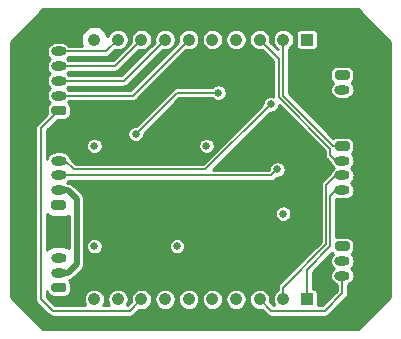
<source format=gbr>
%TF.GenerationSoftware,KiCad,Pcbnew,5.1.6-c6e7f7d~86~ubuntu18.04.1*%
%TF.CreationDate,2020-05-27T14:43:56+02:00*%
%TF.ProjectId,cf-deck-carrier,63662d64-6563-46b2-9d63-617272696572,0.1A*%
%TF.SameCoordinates,Original*%
%TF.FileFunction,Copper,L3,Inr*%
%TF.FilePolarity,Positive*%
%FSLAX46Y46*%
G04 Gerber Fmt 4.6, Leading zero omitted, Abs format (unit mm)*
G04 Created by KiCad (PCBNEW 5.1.6-c6e7f7d~86~ubuntu18.04.1) date 2020-05-27 14:43:56*
%MOMM*%
%LPD*%
G01*
G04 APERTURE LIST*
%TA.AperFunction,ViaPad*%
%ADD10O,1.300000X0.800000*%
%TD*%
%TA.AperFunction,ViaPad*%
%ADD11C,1.050000*%
%TD*%
%TA.AperFunction,ViaPad*%
%ADD12R,1.050000X1.050000*%
%TD*%
%TA.AperFunction,ViaPad*%
%ADD13C,0.635000*%
%TD*%
%TA.AperFunction,Conductor*%
%ADD14C,0.508000*%
%TD*%
%TA.AperFunction,Conductor*%
%ADD15C,0.203200*%
%TD*%
%TA.AperFunction,Conductor*%
%ADD16C,0.254000*%
%TD*%
G04 APERTURE END LIST*
%TO.N,VUSB*%
%TO.C,J1*%
%TA.AperFunction,ViaPad*%
G36*
G01*
X127451000Y-107400920D02*
X126551000Y-107400920D01*
G75*
G02*
X126351000Y-107200920I0J200000D01*
G01*
X126351000Y-106800920D01*
G75*
G02*
X126551000Y-106600920I200000J0D01*
G01*
X127451000Y-106600920D01*
G75*
G02*
X127651000Y-106800920I0J-200000D01*
G01*
X127651000Y-107200920D01*
G75*
G02*
X127451000Y-107400920I-200000J0D01*
G01*
G37*
%TD.AperFunction*%
D10*
%TO.N,VCOM*%
X127001000Y-105750920D03*
%TO.N,GND*%
X127001000Y-104500920D03*
%TD*%
D11*
%TO.N,/SCL*%
%TO.C,P1*%
X140001000Y-86000920D03*
%TO.N,/IO1*%
X138001000Y-86000920D03*
%TO.N,/IO2*%
X136001000Y-86000920D03*
%TO.N,/SDA*%
X142001000Y-86000920D03*
%TO.N,/TX1*%
X144001000Y-86000920D03*
%TO.N,/IO4*%
X132001000Y-86000920D03*
%TO.N,/IO3*%
X134001000Y-86000920D03*
D12*
%TO.N,VCC*%
X148001000Y-86000920D03*
D11*
%TO.N,/RX1*%
X146001000Y-86000920D03*
%TO.N,GND*%
X130001000Y-86000920D03*
%TD*%
%TO.N,/MOSI*%
%TO.C,P2*%
X140001000Y-108000920D03*
%TO.N,Net-(P2-Pad6)*%
X138001000Y-108000920D03*
%TO.N,Net-(P2-Pad7)*%
X136001000Y-108000920D03*
%TO.N,/MISO*%
X142001000Y-108000920D03*
%TO.N,/SCK*%
X144001000Y-108000920D03*
%TO.N,VCOM*%
X132001000Y-108000920D03*
%TO.N,/OW*%
X134001000Y-108000920D03*
D12*
%TO.N,/TX2*%
X148001000Y-108000920D03*
D11*
%TO.N,/RX2*%
X146001000Y-108000920D03*
%TO.N,VUSB*%
X130001000Y-108000920D03*
%TD*%
%TO.N,/OW*%
%TO.C,J5*%
%TA.AperFunction,ViaPad*%
G36*
G01*
X127451000Y-92400920D02*
X126551000Y-92400920D01*
G75*
G02*
X126351000Y-92200920I0J200000D01*
G01*
X126351000Y-91800920D01*
G75*
G02*
X126551000Y-91600920I200000J0D01*
G01*
X127451000Y-91600920D01*
G75*
G02*
X127651000Y-91800920I0J-200000D01*
G01*
X127651000Y-92200920D01*
G75*
G02*
X127451000Y-92400920I-200000J0D01*
G01*
G37*
%TD.AperFunction*%
D10*
%TO.N,/IO1*%
X127001000Y-90750920D03*
%TO.N,/IO2*%
X127001000Y-89500920D03*
%TO.N,/IO3*%
X127001000Y-88250920D03*
%TO.N,/IO4*%
X127001000Y-87000920D03*
%TD*%
%TO.N,/SCL*%
%TO.C,J4*%
%TA.AperFunction,ViaPad*%
G36*
G01*
X150551000Y-88600920D02*
X151451000Y-88600920D01*
G75*
G02*
X151651000Y-88800920I0J-200000D01*
G01*
X151651000Y-89200920D01*
G75*
G02*
X151451000Y-89400920I-200000J0D01*
G01*
X150551000Y-89400920D01*
G75*
G02*
X150351000Y-89200920I0J200000D01*
G01*
X150351000Y-88800920D01*
G75*
G02*
X150551000Y-88600920I200000J0D01*
G01*
G37*
%TD.AperFunction*%
%TO.N,/SDA*%
X151001000Y-90250920D03*
%TD*%
%TO.N,/RX1*%
%TO.C,J2*%
%TA.AperFunction,ViaPad*%
G36*
G01*
X150551000Y-94600920D02*
X151451000Y-94600920D01*
G75*
G02*
X151651000Y-94800920I0J-200000D01*
G01*
X151651000Y-95200920D01*
G75*
G02*
X151451000Y-95400920I-200000J0D01*
G01*
X150551000Y-95400920D01*
G75*
G02*
X150351000Y-95200920I0J200000D01*
G01*
X150351000Y-94800920D01*
G75*
G02*
X150551000Y-94600920I200000J0D01*
G01*
G37*
%TD.AperFunction*%
%TO.N,/TX1*%
X151001000Y-96250920D03*
%TO.N,/RX2*%
X151001000Y-97500920D03*
%TO.N,/TX2*%
X151001000Y-98750920D03*
%TD*%
%TO.N,GND*%
%TO.C,J6*%
%TA.AperFunction,ViaPad*%
G36*
G01*
X127451000Y-100400920D02*
X126551000Y-100400920D01*
G75*
G02*
X126351000Y-100200920I0J200000D01*
G01*
X126351000Y-99800920D01*
G75*
G02*
X126551000Y-99600920I200000J0D01*
G01*
X127451000Y-99600920D01*
G75*
G02*
X127651000Y-99800920I0J-200000D01*
G01*
X127651000Y-100200920D01*
G75*
G02*
X127451000Y-100400920I-200000J0D01*
G01*
G37*
%TD.AperFunction*%
%TO.N,VCOM*%
X127001000Y-98750920D03*
%TO.N,/TX_AUX*%
X127001000Y-97500920D03*
%TO.N,/RX_AUX*%
X127001000Y-96250920D03*
%TD*%
%TO.N,/MOSI*%
%TO.C,J3*%
%TA.AperFunction,ViaPad*%
G36*
G01*
X150551000Y-103100920D02*
X151451000Y-103100920D01*
G75*
G02*
X151651000Y-103300920I0J-200000D01*
G01*
X151651000Y-103700920D01*
G75*
G02*
X151451000Y-103900920I-200000J0D01*
G01*
X150551000Y-103900920D01*
G75*
G02*
X150351000Y-103700920I0J200000D01*
G01*
X150351000Y-103300920D01*
G75*
G02*
X150551000Y-103100920I200000J0D01*
G01*
G37*
%TD.AperFunction*%
%TO.N,/MISO*%
X151001000Y-104750920D03*
%TO.N,/SCK*%
X151001000Y-106000920D03*
%TD*%
D13*
%TO.N,GND*%
X131501000Y-92000920D03*
X148501000Y-100750920D03*
X149501000Y-106500920D03*
X127001000Y-102000920D03*
X138001000Y-106000920D03*
X139501000Y-103500920D03*
X145826000Y-92775920D03*
X142001000Y-90500920D03*
%TO.N,VCC*%
X139501000Y-95000920D03*
X130001000Y-95000920D03*
X146001000Y-100750920D03*
X130001000Y-103500920D03*
X137001000Y-103500920D03*
%TO.N,/SDA*%
X133501000Y-94000920D03*
X140501000Y-90504459D03*
%TO.N,/RX_AUX*%
X144929490Y-91486694D03*
%TO.N,/TX_AUX*%
X145501000Y-97000920D03*
%TD*%
D14*
%TO.N,VCOM*%
X128501000Y-105000920D02*
X127751000Y-105750920D01*
X127751000Y-98750920D02*
X128501000Y-99500920D01*
X127001000Y-98750920D02*
X127751000Y-98750920D01*
X127751000Y-105750920D02*
X127001000Y-105750920D01*
X128501000Y-99500920D02*
X128501000Y-105000920D01*
D15*
%TO.N,/RX2*%
X146001000Y-106998012D02*
X149645390Y-103353622D01*
X146001000Y-108000920D02*
X146001000Y-106998012D01*
X149645390Y-103353622D02*
X149645390Y-98356530D01*
X150501000Y-97500920D02*
X151001000Y-97500920D01*
X149645390Y-98356530D02*
X150501000Y-97500920D01*
%TO.N,/TX2*%
X150501000Y-98750920D02*
X151001000Y-98750920D01*
X150001000Y-99250920D02*
X150501000Y-98750920D01*
X148001000Y-108000920D02*
X148001000Y-105500920D01*
X150001000Y-103500920D02*
X150001000Y-99250920D01*
X148001000Y-105500920D02*
X150001000Y-103500920D01*
%TO.N,/RX1*%
X151001000Y-95000920D02*
X150251000Y-95000920D01*
X146001000Y-90750920D02*
X146001000Y-86000920D01*
X150251000Y-95000920D02*
X146001000Y-90750920D01*
%TO.N,/TX1*%
X145645390Y-87645310D02*
X144001000Y-86000920D01*
X150001000Y-95253828D02*
X145645390Y-90898218D01*
X145645390Y-90898218D02*
X145645390Y-87645310D01*
X151001000Y-96250920D02*
X150501000Y-96250920D01*
X150001000Y-95750920D02*
X150001000Y-95253828D01*
X150501000Y-96250920D02*
X150001000Y-95750920D01*
%TO.N,/SCK*%
X145001000Y-109000920D02*
X144001000Y-108000920D01*
X149501000Y-109000920D02*
X145001000Y-109000920D01*
X151001000Y-106000920D02*
X151001000Y-107500920D01*
X151001000Y-107500920D02*
X149501000Y-109000920D01*
%TO.N,/SDA*%
X136997461Y-90504459D02*
X140501000Y-90504459D01*
X133501000Y-94000920D02*
X136997461Y-90504459D01*
%TO.N,/OW*%
X133001000Y-109000920D02*
X134001000Y-108000920D01*
X126501000Y-109000920D02*
X133001000Y-109000920D01*
X125501000Y-108000920D02*
X126501000Y-109000920D01*
X127001000Y-92000920D02*
X125501000Y-93500920D01*
X125501000Y-93500920D02*
X125501000Y-108000920D01*
%TO.N,/IO4*%
X131001000Y-87000920D02*
X132001000Y-86000920D01*
X127001000Y-87000920D02*
X131001000Y-87000920D01*
%TO.N,/IO3*%
X131751000Y-88250920D02*
X134001000Y-86000920D01*
X127001000Y-88250920D02*
X131751000Y-88250920D01*
%TO.N,/IO2*%
X132501000Y-89500920D02*
X136001000Y-86000920D01*
X127001000Y-89500920D02*
X132501000Y-89500920D01*
%TO.N,/IO1*%
X137476001Y-86525919D02*
X138001000Y-86000920D01*
X127001000Y-90750920D02*
X133251000Y-90750920D01*
X133251000Y-90750920D02*
X137476001Y-86525919D01*
%TO.N,/RX_AUX*%
X139415264Y-97000920D02*
X144929490Y-91486694D01*
X128251000Y-97000920D02*
X139415264Y-97000920D01*
X127001000Y-96250920D02*
X127501000Y-96250920D01*
X127501000Y-96250920D02*
X128251000Y-97000920D01*
%TO.N,/TX_AUX*%
X127001000Y-97500920D02*
X145001000Y-97500920D01*
X145001000Y-97500920D02*
X145501000Y-97000920D01*
%TD*%
D16*
%TO.N,GND*%
G36*
X155045000Y-86189801D02*
G01*
X155045001Y-107812038D01*
X152312119Y-110544920D01*
X125689881Y-110544920D01*
X122957000Y-107812039D01*
X122957000Y-93500920D01*
X125016065Y-93500920D01*
X125018400Y-93524625D01*
X125018401Y-107977205D01*
X125016065Y-108000920D01*
X125025384Y-108095526D01*
X125052978Y-108186496D01*
X125052979Y-108186497D01*
X125097792Y-108270335D01*
X125158100Y-108343821D01*
X125176513Y-108358932D01*
X126142988Y-109325407D01*
X126158099Y-109343821D01*
X126231585Y-109404129D01*
X126315423Y-109448942D01*
X126406393Y-109476537D01*
X126501000Y-109485855D01*
X126524707Y-109483520D01*
X132977295Y-109483520D01*
X133001000Y-109485855D01*
X133024705Y-109483520D01*
X133024707Y-109483520D01*
X133095606Y-109476537D01*
X133186577Y-109448942D01*
X133270415Y-109404129D01*
X133343901Y-109343821D01*
X133359017Y-109325402D01*
X133799776Y-108884644D01*
X133911767Y-108906920D01*
X134090233Y-108906920D01*
X134265271Y-108872103D01*
X134430152Y-108803807D01*
X134578541Y-108704656D01*
X134704736Y-108578461D01*
X134803887Y-108430072D01*
X134872183Y-108265191D01*
X134907000Y-108090153D01*
X134907000Y-107911687D01*
X135095000Y-107911687D01*
X135095000Y-108090153D01*
X135129817Y-108265191D01*
X135198113Y-108430072D01*
X135297264Y-108578461D01*
X135423459Y-108704656D01*
X135571848Y-108803807D01*
X135736729Y-108872103D01*
X135911767Y-108906920D01*
X136090233Y-108906920D01*
X136265271Y-108872103D01*
X136430152Y-108803807D01*
X136578541Y-108704656D01*
X136704736Y-108578461D01*
X136803887Y-108430072D01*
X136872183Y-108265191D01*
X136907000Y-108090153D01*
X136907000Y-107911687D01*
X137095000Y-107911687D01*
X137095000Y-108090153D01*
X137129817Y-108265191D01*
X137198113Y-108430072D01*
X137297264Y-108578461D01*
X137423459Y-108704656D01*
X137571848Y-108803807D01*
X137736729Y-108872103D01*
X137911767Y-108906920D01*
X138090233Y-108906920D01*
X138265271Y-108872103D01*
X138430152Y-108803807D01*
X138578541Y-108704656D01*
X138704736Y-108578461D01*
X138803887Y-108430072D01*
X138872183Y-108265191D01*
X138907000Y-108090153D01*
X138907000Y-107911687D01*
X139095000Y-107911687D01*
X139095000Y-108090153D01*
X139129817Y-108265191D01*
X139198113Y-108430072D01*
X139297264Y-108578461D01*
X139423459Y-108704656D01*
X139571848Y-108803807D01*
X139736729Y-108872103D01*
X139911767Y-108906920D01*
X140090233Y-108906920D01*
X140265271Y-108872103D01*
X140430152Y-108803807D01*
X140578541Y-108704656D01*
X140704736Y-108578461D01*
X140803887Y-108430072D01*
X140872183Y-108265191D01*
X140907000Y-108090153D01*
X140907000Y-107911687D01*
X141095000Y-107911687D01*
X141095000Y-108090153D01*
X141129817Y-108265191D01*
X141198113Y-108430072D01*
X141297264Y-108578461D01*
X141423459Y-108704656D01*
X141571848Y-108803807D01*
X141736729Y-108872103D01*
X141911767Y-108906920D01*
X142090233Y-108906920D01*
X142265271Y-108872103D01*
X142430152Y-108803807D01*
X142578541Y-108704656D01*
X142704736Y-108578461D01*
X142803887Y-108430072D01*
X142872183Y-108265191D01*
X142907000Y-108090153D01*
X142907000Y-107911687D01*
X142872183Y-107736649D01*
X142803887Y-107571768D01*
X142704736Y-107423379D01*
X142578541Y-107297184D01*
X142430152Y-107198033D01*
X142265271Y-107129737D01*
X142090233Y-107094920D01*
X141911767Y-107094920D01*
X141736729Y-107129737D01*
X141571848Y-107198033D01*
X141423459Y-107297184D01*
X141297264Y-107423379D01*
X141198113Y-107571768D01*
X141129817Y-107736649D01*
X141095000Y-107911687D01*
X140907000Y-107911687D01*
X140872183Y-107736649D01*
X140803887Y-107571768D01*
X140704736Y-107423379D01*
X140578541Y-107297184D01*
X140430152Y-107198033D01*
X140265271Y-107129737D01*
X140090233Y-107094920D01*
X139911767Y-107094920D01*
X139736729Y-107129737D01*
X139571848Y-107198033D01*
X139423459Y-107297184D01*
X139297264Y-107423379D01*
X139198113Y-107571768D01*
X139129817Y-107736649D01*
X139095000Y-107911687D01*
X138907000Y-107911687D01*
X138872183Y-107736649D01*
X138803887Y-107571768D01*
X138704736Y-107423379D01*
X138578541Y-107297184D01*
X138430152Y-107198033D01*
X138265271Y-107129737D01*
X138090233Y-107094920D01*
X137911767Y-107094920D01*
X137736729Y-107129737D01*
X137571848Y-107198033D01*
X137423459Y-107297184D01*
X137297264Y-107423379D01*
X137198113Y-107571768D01*
X137129817Y-107736649D01*
X137095000Y-107911687D01*
X136907000Y-107911687D01*
X136872183Y-107736649D01*
X136803887Y-107571768D01*
X136704736Y-107423379D01*
X136578541Y-107297184D01*
X136430152Y-107198033D01*
X136265271Y-107129737D01*
X136090233Y-107094920D01*
X135911767Y-107094920D01*
X135736729Y-107129737D01*
X135571848Y-107198033D01*
X135423459Y-107297184D01*
X135297264Y-107423379D01*
X135198113Y-107571768D01*
X135129817Y-107736649D01*
X135095000Y-107911687D01*
X134907000Y-107911687D01*
X134872183Y-107736649D01*
X134803887Y-107571768D01*
X134704736Y-107423379D01*
X134578541Y-107297184D01*
X134430152Y-107198033D01*
X134265271Y-107129737D01*
X134090233Y-107094920D01*
X133911767Y-107094920D01*
X133736729Y-107129737D01*
X133571848Y-107198033D01*
X133423459Y-107297184D01*
X133297264Y-107423379D01*
X133198113Y-107571768D01*
X133129817Y-107736649D01*
X133095000Y-107911687D01*
X133095000Y-108090153D01*
X133117276Y-108202144D01*
X132801101Y-108518320D01*
X132744921Y-108518320D01*
X132803887Y-108430072D01*
X132872183Y-108265191D01*
X132907000Y-108090153D01*
X132907000Y-107911687D01*
X132872183Y-107736649D01*
X132803887Y-107571768D01*
X132704736Y-107423379D01*
X132578541Y-107297184D01*
X132430152Y-107198033D01*
X132265271Y-107129737D01*
X132090233Y-107094920D01*
X131911767Y-107094920D01*
X131736729Y-107129737D01*
X131571848Y-107198033D01*
X131423459Y-107297184D01*
X131297264Y-107423379D01*
X131198113Y-107571768D01*
X131129817Y-107736649D01*
X131095000Y-107911687D01*
X131095000Y-108090153D01*
X131129817Y-108265191D01*
X131198113Y-108430072D01*
X131257079Y-108518320D01*
X130744921Y-108518320D01*
X130803887Y-108430072D01*
X130872183Y-108265191D01*
X130907000Y-108090153D01*
X130907000Y-107911687D01*
X130872183Y-107736649D01*
X130803887Y-107571768D01*
X130704736Y-107423379D01*
X130578541Y-107297184D01*
X130430152Y-107198033D01*
X130265271Y-107129737D01*
X130090233Y-107094920D01*
X129911767Y-107094920D01*
X129736729Y-107129737D01*
X129571848Y-107198033D01*
X129423459Y-107297184D01*
X129297264Y-107423379D01*
X129198113Y-107571768D01*
X129129817Y-107736649D01*
X129095000Y-107911687D01*
X129095000Y-108090153D01*
X129129817Y-108265191D01*
X129198113Y-108430072D01*
X129257079Y-108518320D01*
X126700900Y-108518320D01*
X125983600Y-107801021D01*
X125983600Y-107328618D01*
X126012523Y-107423964D01*
X126066384Y-107524730D01*
X126138868Y-107613052D01*
X126227190Y-107685536D01*
X126327956Y-107739397D01*
X126437293Y-107772564D01*
X126551000Y-107783763D01*
X127451000Y-107783763D01*
X127564707Y-107772564D01*
X127674044Y-107739397D01*
X127774810Y-107685536D01*
X127863132Y-107613052D01*
X127935616Y-107524730D01*
X127989477Y-107423964D01*
X128022644Y-107314627D01*
X128033843Y-107200920D01*
X128033843Y-106800920D01*
X128022644Y-106687213D01*
X127989477Y-106577876D01*
X127935616Y-106477110D01*
X127863132Y-106388788D01*
X127851339Y-106379110D01*
X127875482Y-106376732D01*
X127995180Y-106340422D01*
X128105494Y-106281457D01*
X128202185Y-106202105D01*
X128222074Y-106177870D01*
X128927955Y-105471990D01*
X128952185Y-105452105D01*
X129031537Y-105355414D01*
X129090502Y-105245100D01*
X129126812Y-105125402D01*
X129136000Y-105032112D01*
X129136000Y-105032102D01*
X129139071Y-105000921D01*
X129136000Y-104969740D01*
X129136000Y-103432124D01*
X129302500Y-103432124D01*
X129302500Y-103569716D01*
X129329343Y-103704665D01*
X129381997Y-103831784D01*
X129458439Y-103946188D01*
X129555732Y-104043481D01*
X129670136Y-104119923D01*
X129797255Y-104172577D01*
X129932204Y-104199420D01*
X130069796Y-104199420D01*
X130204745Y-104172577D01*
X130331864Y-104119923D01*
X130446268Y-104043481D01*
X130543561Y-103946188D01*
X130620003Y-103831784D01*
X130672657Y-103704665D01*
X130699500Y-103569716D01*
X130699500Y-103432124D01*
X136302500Y-103432124D01*
X136302500Y-103569716D01*
X136329343Y-103704665D01*
X136381997Y-103831784D01*
X136458439Y-103946188D01*
X136555732Y-104043481D01*
X136670136Y-104119923D01*
X136797255Y-104172577D01*
X136932204Y-104199420D01*
X137069796Y-104199420D01*
X137204745Y-104172577D01*
X137331864Y-104119923D01*
X137446268Y-104043481D01*
X137543561Y-103946188D01*
X137620003Y-103831784D01*
X137672657Y-103704665D01*
X137699500Y-103569716D01*
X137699500Y-103432124D01*
X137672657Y-103297175D01*
X137620003Y-103170056D01*
X137543561Y-103055652D01*
X137446268Y-102958359D01*
X137331864Y-102881917D01*
X137204745Y-102829263D01*
X137069796Y-102802420D01*
X136932204Y-102802420D01*
X136797255Y-102829263D01*
X136670136Y-102881917D01*
X136555732Y-102958359D01*
X136458439Y-103055652D01*
X136381997Y-103170056D01*
X136329343Y-103297175D01*
X136302500Y-103432124D01*
X130699500Y-103432124D01*
X130672657Y-103297175D01*
X130620003Y-103170056D01*
X130543561Y-103055652D01*
X130446268Y-102958359D01*
X130331864Y-102881917D01*
X130204745Y-102829263D01*
X130069796Y-102802420D01*
X129932204Y-102802420D01*
X129797255Y-102829263D01*
X129670136Y-102881917D01*
X129555732Y-102958359D01*
X129458439Y-103055652D01*
X129381997Y-103170056D01*
X129329343Y-103297175D01*
X129302500Y-103432124D01*
X129136000Y-103432124D01*
X129136000Y-100682124D01*
X145302500Y-100682124D01*
X145302500Y-100819716D01*
X145329343Y-100954665D01*
X145381997Y-101081784D01*
X145458439Y-101196188D01*
X145555732Y-101293481D01*
X145670136Y-101369923D01*
X145797255Y-101422577D01*
X145932204Y-101449420D01*
X146069796Y-101449420D01*
X146204745Y-101422577D01*
X146331864Y-101369923D01*
X146446268Y-101293481D01*
X146543561Y-101196188D01*
X146620003Y-101081784D01*
X146672657Y-100954665D01*
X146699500Y-100819716D01*
X146699500Y-100682124D01*
X146672657Y-100547175D01*
X146620003Y-100420056D01*
X146543561Y-100305652D01*
X146446268Y-100208359D01*
X146331864Y-100131917D01*
X146204745Y-100079263D01*
X146069796Y-100052420D01*
X145932204Y-100052420D01*
X145797255Y-100079263D01*
X145670136Y-100131917D01*
X145555732Y-100208359D01*
X145458439Y-100305652D01*
X145381997Y-100420056D01*
X145329343Y-100547175D01*
X145302500Y-100682124D01*
X129136000Y-100682124D01*
X129136000Y-99532100D01*
X129139071Y-99500919D01*
X129136000Y-99469738D01*
X129136000Y-99469728D01*
X129126812Y-99376438D01*
X129090502Y-99256740D01*
X129031537Y-99146426D01*
X128952185Y-99049735D01*
X128927956Y-99029851D01*
X128222074Y-98323970D01*
X128202185Y-98299735D01*
X128105494Y-98220383D01*
X127995180Y-98161418D01*
X127875482Y-98125108D01*
X127782192Y-98115920D01*
X127782181Y-98115920D01*
X127751000Y-98112849D01*
X127734475Y-98114477D01*
X127805922Y-98055842D01*
X127865275Y-97983520D01*
X144977295Y-97983520D01*
X145001000Y-97985855D01*
X145024705Y-97983520D01*
X145024707Y-97983520D01*
X145095606Y-97976537D01*
X145186577Y-97948942D01*
X145270415Y-97904129D01*
X145343901Y-97843821D01*
X145359017Y-97825402D01*
X145484999Y-97699420D01*
X145569796Y-97699420D01*
X145704745Y-97672577D01*
X145831864Y-97619923D01*
X145946268Y-97543481D01*
X146043561Y-97446188D01*
X146120003Y-97331784D01*
X146172657Y-97204665D01*
X146199500Y-97069716D01*
X146199500Y-96932124D01*
X146172657Y-96797175D01*
X146120003Y-96670056D01*
X146043561Y-96555652D01*
X145946268Y-96458359D01*
X145831864Y-96381917D01*
X145704745Y-96329263D01*
X145569796Y-96302420D01*
X145432204Y-96302420D01*
X145297255Y-96329263D01*
X145170136Y-96381917D01*
X145055732Y-96458359D01*
X144958439Y-96555652D01*
X144881997Y-96670056D01*
X144829343Y-96797175D01*
X144802500Y-96932124D01*
X144802500Y-97016921D01*
X144801101Y-97018320D01*
X140080363Y-97018320D01*
X144913489Y-92185194D01*
X144998286Y-92185194D01*
X145133235Y-92158351D01*
X145260354Y-92105697D01*
X145374758Y-92029255D01*
X145472051Y-91931962D01*
X145548493Y-91817558D01*
X145601147Y-91690439D01*
X145626691Y-91562018D01*
X149518401Y-95453729D01*
X149518400Y-95727214D01*
X149516065Y-95750920D01*
X149518400Y-95774625D01*
X149518400Y-95774626D01*
X149525383Y-95845525D01*
X149552978Y-95936496D01*
X149597791Y-96020335D01*
X149658099Y-96093821D01*
X149676518Y-96108937D01*
X149985524Y-96417943D01*
X150025960Y-96551242D01*
X150098481Y-96686919D01*
X150196078Y-96805842D01*
X150281469Y-96875920D01*
X150196078Y-96945998D01*
X150098481Y-97064921D01*
X150025960Y-97200598D01*
X149985523Y-97333898D01*
X149320903Y-97998518D01*
X149302490Y-98013629D01*
X149287379Y-98032042D01*
X149287377Y-98032044D01*
X149242182Y-98087115D01*
X149197368Y-98170954D01*
X149169774Y-98261924D01*
X149160455Y-98356530D01*
X149162791Y-98380245D01*
X149162790Y-103153722D01*
X145676513Y-106640000D01*
X145658100Y-106655111D01*
X145642989Y-106673524D01*
X145642987Y-106673526D01*
X145597792Y-106728597D01*
X145552978Y-106812436D01*
X145525384Y-106903406D01*
X145516065Y-106998012D01*
X145518401Y-107021726D01*
X145518401Y-107233746D01*
X145423459Y-107297184D01*
X145297264Y-107423379D01*
X145198113Y-107571768D01*
X145129817Y-107736649D01*
X145095000Y-107911687D01*
X145095000Y-108090153D01*
X145129817Y-108265191D01*
X145198113Y-108430072D01*
X145257079Y-108518320D01*
X145200900Y-108518320D01*
X144884724Y-108202144D01*
X144907000Y-108090153D01*
X144907000Y-107911687D01*
X144872183Y-107736649D01*
X144803887Y-107571768D01*
X144704736Y-107423379D01*
X144578541Y-107297184D01*
X144430152Y-107198033D01*
X144265271Y-107129737D01*
X144090233Y-107094920D01*
X143911767Y-107094920D01*
X143736729Y-107129737D01*
X143571848Y-107198033D01*
X143423459Y-107297184D01*
X143297264Y-107423379D01*
X143198113Y-107571768D01*
X143129817Y-107736649D01*
X143095000Y-107911687D01*
X143095000Y-108090153D01*
X143129817Y-108265191D01*
X143198113Y-108430072D01*
X143297264Y-108578461D01*
X143423459Y-108704656D01*
X143571848Y-108803807D01*
X143736729Y-108872103D01*
X143911767Y-108906920D01*
X144090233Y-108906920D01*
X144202224Y-108884644D01*
X144642988Y-109325407D01*
X144658099Y-109343821D01*
X144731585Y-109404129D01*
X144815423Y-109448942D01*
X144906393Y-109476537D01*
X145001000Y-109485855D01*
X145024707Y-109483520D01*
X149477295Y-109483520D01*
X149501000Y-109485855D01*
X149524705Y-109483520D01*
X149524707Y-109483520D01*
X149595606Y-109476537D01*
X149686577Y-109448942D01*
X149770415Y-109404129D01*
X149843901Y-109343821D01*
X149859017Y-109325402D01*
X151325482Y-107858937D01*
X151343901Y-107843821D01*
X151404209Y-107770335D01*
X151449022Y-107686497D01*
X151476617Y-107595526D01*
X151483600Y-107524627D01*
X151483600Y-107524626D01*
X151485935Y-107500921D01*
X151483600Y-107477216D01*
X151483600Y-106746504D01*
X151551322Y-106725960D01*
X151686999Y-106653439D01*
X151805922Y-106555842D01*
X151903519Y-106436919D01*
X151976040Y-106301242D01*
X152020699Y-106154023D01*
X152035778Y-106000920D01*
X152020699Y-105847817D01*
X151976040Y-105700598D01*
X151903519Y-105564921D01*
X151805922Y-105445998D01*
X151720531Y-105375920D01*
X151805922Y-105305842D01*
X151903519Y-105186919D01*
X151976040Y-105051242D01*
X152020699Y-104904023D01*
X152035778Y-104750920D01*
X152020699Y-104597817D01*
X151976040Y-104450598D01*
X151903519Y-104314921D01*
X151805922Y-104195998D01*
X151783992Y-104178001D01*
X151863132Y-104113052D01*
X151935616Y-104024730D01*
X151989477Y-103923964D01*
X152022644Y-103814627D01*
X152033843Y-103700920D01*
X152033843Y-103300920D01*
X152022644Y-103187213D01*
X151989477Y-103077876D01*
X151935616Y-102977110D01*
X151863132Y-102888788D01*
X151774810Y-102816304D01*
X151674044Y-102762443D01*
X151564707Y-102729276D01*
X151451000Y-102718077D01*
X150551000Y-102718077D01*
X150483600Y-102724715D01*
X150483600Y-99485947D01*
X150597897Y-99520619D01*
X150712640Y-99531920D01*
X151289360Y-99531920D01*
X151404103Y-99520619D01*
X151551322Y-99475960D01*
X151686999Y-99403439D01*
X151805922Y-99305842D01*
X151903519Y-99186919D01*
X151976040Y-99051242D01*
X152020699Y-98904023D01*
X152035778Y-98750920D01*
X152020699Y-98597817D01*
X151976040Y-98450598D01*
X151903519Y-98314921D01*
X151805922Y-98195998D01*
X151720531Y-98125920D01*
X151805922Y-98055842D01*
X151903519Y-97936919D01*
X151976040Y-97801242D01*
X152020699Y-97654023D01*
X152035778Y-97500920D01*
X152020699Y-97347817D01*
X151976040Y-97200598D01*
X151903519Y-97064921D01*
X151805922Y-96945998D01*
X151720531Y-96875920D01*
X151805922Y-96805842D01*
X151903519Y-96686919D01*
X151976040Y-96551242D01*
X152020699Y-96404023D01*
X152035778Y-96250920D01*
X152020699Y-96097817D01*
X151976040Y-95950598D01*
X151903519Y-95814921D01*
X151805922Y-95695998D01*
X151783992Y-95678001D01*
X151863132Y-95613052D01*
X151935616Y-95524730D01*
X151989477Y-95423964D01*
X152022644Y-95314627D01*
X152033843Y-95200920D01*
X152033843Y-94800920D01*
X152022644Y-94687213D01*
X151989477Y-94577876D01*
X151935616Y-94477110D01*
X151863132Y-94388788D01*
X151774810Y-94316304D01*
X151674044Y-94262443D01*
X151564707Y-94229276D01*
X151451000Y-94218077D01*
X150551000Y-94218077D01*
X150437293Y-94229276D01*
X150327956Y-94262443D01*
X150241327Y-94308747D01*
X146483600Y-90551021D01*
X146483600Y-90250920D01*
X149966222Y-90250920D01*
X149981301Y-90404023D01*
X150025960Y-90551242D01*
X150098481Y-90686919D01*
X150196078Y-90805842D01*
X150315001Y-90903439D01*
X150450678Y-90975960D01*
X150597897Y-91020619D01*
X150712640Y-91031920D01*
X151289360Y-91031920D01*
X151404103Y-91020619D01*
X151551322Y-90975960D01*
X151686999Y-90903439D01*
X151805922Y-90805842D01*
X151903519Y-90686919D01*
X151976040Y-90551242D01*
X152020699Y-90404023D01*
X152035778Y-90250920D01*
X152020699Y-90097817D01*
X151976040Y-89950598D01*
X151903519Y-89814921D01*
X151805922Y-89695998D01*
X151783992Y-89678001D01*
X151863132Y-89613052D01*
X151935616Y-89524730D01*
X151989477Y-89423964D01*
X152022644Y-89314627D01*
X152033843Y-89200920D01*
X152033843Y-88800920D01*
X152022644Y-88687213D01*
X151989477Y-88577876D01*
X151935616Y-88477110D01*
X151863132Y-88388788D01*
X151774810Y-88316304D01*
X151674044Y-88262443D01*
X151564707Y-88229276D01*
X151451000Y-88218077D01*
X150551000Y-88218077D01*
X150437293Y-88229276D01*
X150327956Y-88262443D01*
X150227190Y-88316304D01*
X150138868Y-88388788D01*
X150066384Y-88477110D01*
X150012523Y-88577876D01*
X149979356Y-88687213D01*
X149968157Y-88800920D01*
X149968157Y-89200920D01*
X149979356Y-89314627D01*
X150012523Y-89423964D01*
X150066384Y-89524730D01*
X150138868Y-89613052D01*
X150218008Y-89678001D01*
X150196078Y-89695998D01*
X150098481Y-89814921D01*
X150025960Y-89950598D01*
X149981301Y-90097817D01*
X149966222Y-90250920D01*
X146483600Y-90250920D01*
X146483600Y-86768094D01*
X146578541Y-86704656D01*
X146704736Y-86578461D01*
X146803887Y-86430072D01*
X146872183Y-86265191D01*
X146907000Y-86090153D01*
X146907000Y-85911687D01*
X146872183Y-85736649D01*
X146803887Y-85571768D01*
X146739844Y-85475920D01*
X147093157Y-85475920D01*
X147093157Y-86525920D01*
X147100513Y-86600609D01*
X147122299Y-86672428D01*
X147157678Y-86738616D01*
X147205289Y-86796631D01*
X147263304Y-86844242D01*
X147329492Y-86879621D01*
X147401311Y-86901407D01*
X147476000Y-86908763D01*
X148526000Y-86908763D01*
X148600689Y-86901407D01*
X148672508Y-86879621D01*
X148738696Y-86844242D01*
X148796711Y-86796631D01*
X148844322Y-86738616D01*
X148879701Y-86672428D01*
X148901487Y-86600609D01*
X148908843Y-86525920D01*
X148908843Y-85475920D01*
X148901487Y-85401231D01*
X148879701Y-85329412D01*
X148844322Y-85263224D01*
X148796711Y-85205209D01*
X148738696Y-85157598D01*
X148672508Y-85122219D01*
X148600689Y-85100433D01*
X148526000Y-85093077D01*
X147476000Y-85093077D01*
X147401311Y-85100433D01*
X147329492Y-85122219D01*
X147263304Y-85157598D01*
X147205289Y-85205209D01*
X147157678Y-85263224D01*
X147122299Y-85329412D01*
X147100513Y-85401231D01*
X147093157Y-85475920D01*
X146739844Y-85475920D01*
X146704736Y-85423379D01*
X146578541Y-85297184D01*
X146430152Y-85198033D01*
X146265271Y-85129737D01*
X146090233Y-85094920D01*
X145911767Y-85094920D01*
X145736729Y-85129737D01*
X145571848Y-85198033D01*
X145423459Y-85297184D01*
X145297264Y-85423379D01*
X145198113Y-85571768D01*
X145129817Y-85736649D01*
X145095000Y-85911687D01*
X145095000Y-86090153D01*
X145129817Y-86265191D01*
X145198113Y-86430072D01*
X145297264Y-86578461D01*
X145423459Y-86704656D01*
X145518401Y-86768095D01*
X145518401Y-86835821D01*
X144884724Y-86202144D01*
X144907000Y-86090153D01*
X144907000Y-85911687D01*
X144872183Y-85736649D01*
X144803887Y-85571768D01*
X144704736Y-85423379D01*
X144578541Y-85297184D01*
X144430152Y-85198033D01*
X144265271Y-85129737D01*
X144090233Y-85094920D01*
X143911767Y-85094920D01*
X143736729Y-85129737D01*
X143571848Y-85198033D01*
X143423459Y-85297184D01*
X143297264Y-85423379D01*
X143198113Y-85571768D01*
X143129817Y-85736649D01*
X143095000Y-85911687D01*
X143095000Y-86090153D01*
X143129817Y-86265191D01*
X143198113Y-86430072D01*
X143297264Y-86578461D01*
X143423459Y-86704656D01*
X143571848Y-86803807D01*
X143736729Y-86872103D01*
X143911767Y-86906920D01*
X144090233Y-86906920D01*
X144202224Y-86884644D01*
X145162791Y-87845211D01*
X145162790Y-90827279D01*
X145133235Y-90815037D01*
X144998286Y-90788194D01*
X144860694Y-90788194D01*
X144725745Y-90815037D01*
X144598626Y-90867691D01*
X144484222Y-90944133D01*
X144386929Y-91041426D01*
X144310487Y-91155830D01*
X144257833Y-91282949D01*
X144230990Y-91417898D01*
X144230990Y-91502695D01*
X139215365Y-96518320D01*
X128450899Y-96518320D01*
X128016477Y-96083898D01*
X127976040Y-95950598D01*
X127903519Y-95814921D01*
X127805922Y-95695998D01*
X127686999Y-95598401D01*
X127551322Y-95525880D01*
X127404103Y-95481221D01*
X127289360Y-95469920D01*
X126712640Y-95469920D01*
X126597897Y-95481221D01*
X126450678Y-95525880D01*
X126315001Y-95598401D01*
X126196078Y-95695998D01*
X126098481Y-95814921D01*
X126025960Y-95950598D01*
X125983600Y-96090238D01*
X125983600Y-94932124D01*
X129302500Y-94932124D01*
X129302500Y-95069716D01*
X129329343Y-95204665D01*
X129381997Y-95331784D01*
X129458439Y-95446188D01*
X129555732Y-95543481D01*
X129670136Y-95619923D01*
X129797255Y-95672577D01*
X129932204Y-95699420D01*
X130069796Y-95699420D01*
X130204745Y-95672577D01*
X130331864Y-95619923D01*
X130446268Y-95543481D01*
X130543561Y-95446188D01*
X130620003Y-95331784D01*
X130672657Y-95204665D01*
X130699500Y-95069716D01*
X130699500Y-94932124D01*
X138802500Y-94932124D01*
X138802500Y-95069716D01*
X138829343Y-95204665D01*
X138881997Y-95331784D01*
X138958439Y-95446188D01*
X139055732Y-95543481D01*
X139170136Y-95619923D01*
X139297255Y-95672577D01*
X139432204Y-95699420D01*
X139569796Y-95699420D01*
X139704745Y-95672577D01*
X139831864Y-95619923D01*
X139946268Y-95543481D01*
X140043561Y-95446188D01*
X140120003Y-95331784D01*
X140172657Y-95204665D01*
X140199500Y-95069716D01*
X140199500Y-94932124D01*
X140172657Y-94797175D01*
X140120003Y-94670056D01*
X140043561Y-94555652D01*
X139946268Y-94458359D01*
X139831864Y-94381917D01*
X139704745Y-94329263D01*
X139569796Y-94302420D01*
X139432204Y-94302420D01*
X139297255Y-94329263D01*
X139170136Y-94381917D01*
X139055732Y-94458359D01*
X138958439Y-94555652D01*
X138881997Y-94670056D01*
X138829343Y-94797175D01*
X138802500Y-94932124D01*
X130699500Y-94932124D01*
X130672657Y-94797175D01*
X130620003Y-94670056D01*
X130543561Y-94555652D01*
X130446268Y-94458359D01*
X130331864Y-94381917D01*
X130204745Y-94329263D01*
X130069796Y-94302420D01*
X129932204Y-94302420D01*
X129797255Y-94329263D01*
X129670136Y-94381917D01*
X129555732Y-94458359D01*
X129458439Y-94555652D01*
X129381997Y-94670056D01*
X129329343Y-94797175D01*
X129302500Y-94932124D01*
X125983600Y-94932124D01*
X125983600Y-93932124D01*
X132802500Y-93932124D01*
X132802500Y-94069716D01*
X132829343Y-94204665D01*
X132881997Y-94331784D01*
X132958439Y-94446188D01*
X133055732Y-94543481D01*
X133170136Y-94619923D01*
X133297255Y-94672577D01*
X133432204Y-94699420D01*
X133569796Y-94699420D01*
X133704745Y-94672577D01*
X133831864Y-94619923D01*
X133946268Y-94543481D01*
X134043561Y-94446188D01*
X134120003Y-94331784D01*
X134172657Y-94204665D01*
X134199500Y-94069716D01*
X134199500Y-93984919D01*
X137197361Y-90987059D01*
X139995771Y-90987059D01*
X140055732Y-91047020D01*
X140170136Y-91123462D01*
X140297255Y-91176116D01*
X140432204Y-91202959D01*
X140569796Y-91202959D01*
X140704745Y-91176116D01*
X140831864Y-91123462D01*
X140946268Y-91047020D01*
X141043561Y-90949727D01*
X141120003Y-90835323D01*
X141172657Y-90708204D01*
X141199500Y-90573255D01*
X141199500Y-90435663D01*
X141172657Y-90300714D01*
X141120003Y-90173595D01*
X141043561Y-90059191D01*
X140946268Y-89961898D01*
X140831864Y-89885456D01*
X140704745Y-89832802D01*
X140569796Y-89805959D01*
X140432204Y-89805959D01*
X140297255Y-89832802D01*
X140170136Y-89885456D01*
X140055732Y-89961898D01*
X139995771Y-90021859D01*
X137021168Y-90021859D01*
X136997461Y-90019524D01*
X136902854Y-90028842D01*
X136811884Y-90056437D01*
X136728046Y-90101250D01*
X136654560Y-90161558D01*
X136639449Y-90179971D01*
X133517001Y-93302420D01*
X133432204Y-93302420D01*
X133297255Y-93329263D01*
X133170136Y-93381917D01*
X133055732Y-93458359D01*
X132958439Y-93555652D01*
X132881997Y-93670056D01*
X132829343Y-93797175D01*
X132802500Y-93932124D01*
X125983600Y-93932124D01*
X125983600Y-93700819D01*
X126900656Y-92783763D01*
X127451000Y-92783763D01*
X127564707Y-92772564D01*
X127674044Y-92739397D01*
X127774810Y-92685536D01*
X127863132Y-92613052D01*
X127935616Y-92524730D01*
X127989477Y-92423964D01*
X128022644Y-92314627D01*
X128033843Y-92200920D01*
X128033843Y-91800920D01*
X128022644Y-91687213D01*
X127989477Y-91577876D01*
X127935616Y-91477110D01*
X127863132Y-91388788D01*
X127783992Y-91323839D01*
X127805922Y-91305842D01*
X127865275Y-91233520D01*
X133227295Y-91233520D01*
X133251000Y-91235855D01*
X133274705Y-91233520D01*
X133274707Y-91233520D01*
X133345606Y-91226537D01*
X133436577Y-91198942D01*
X133520415Y-91154129D01*
X133593901Y-91093821D01*
X133609017Y-91075402D01*
X137799776Y-86884644D01*
X137911767Y-86906920D01*
X138090233Y-86906920D01*
X138265271Y-86872103D01*
X138430152Y-86803807D01*
X138578541Y-86704656D01*
X138704736Y-86578461D01*
X138803887Y-86430072D01*
X138872183Y-86265191D01*
X138907000Y-86090153D01*
X138907000Y-85911687D01*
X139095000Y-85911687D01*
X139095000Y-86090153D01*
X139129817Y-86265191D01*
X139198113Y-86430072D01*
X139297264Y-86578461D01*
X139423459Y-86704656D01*
X139571848Y-86803807D01*
X139736729Y-86872103D01*
X139911767Y-86906920D01*
X140090233Y-86906920D01*
X140265271Y-86872103D01*
X140430152Y-86803807D01*
X140578541Y-86704656D01*
X140704736Y-86578461D01*
X140803887Y-86430072D01*
X140872183Y-86265191D01*
X140907000Y-86090153D01*
X140907000Y-85911687D01*
X141095000Y-85911687D01*
X141095000Y-86090153D01*
X141129817Y-86265191D01*
X141198113Y-86430072D01*
X141297264Y-86578461D01*
X141423459Y-86704656D01*
X141571848Y-86803807D01*
X141736729Y-86872103D01*
X141911767Y-86906920D01*
X142090233Y-86906920D01*
X142265271Y-86872103D01*
X142430152Y-86803807D01*
X142578541Y-86704656D01*
X142704736Y-86578461D01*
X142803887Y-86430072D01*
X142872183Y-86265191D01*
X142907000Y-86090153D01*
X142907000Y-85911687D01*
X142872183Y-85736649D01*
X142803887Y-85571768D01*
X142704736Y-85423379D01*
X142578541Y-85297184D01*
X142430152Y-85198033D01*
X142265271Y-85129737D01*
X142090233Y-85094920D01*
X141911767Y-85094920D01*
X141736729Y-85129737D01*
X141571848Y-85198033D01*
X141423459Y-85297184D01*
X141297264Y-85423379D01*
X141198113Y-85571768D01*
X141129817Y-85736649D01*
X141095000Y-85911687D01*
X140907000Y-85911687D01*
X140872183Y-85736649D01*
X140803887Y-85571768D01*
X140704736Y-85423379D01*
X140578541Y-85297184D01*
X140430152Y-85198033D01*
X140265271Y-85129737D01*
X140090233Y-85094920D01*
X139911767Y-85094920D01*
X139736729Y-85129737D01*
X139571848Y-85198033D01*
X139423459Y-85297184D01*
X139297264Y-85423379D01*
X139198113Y-85571768D01*
X139129817Y-85736649D01*
X139095000Y-85911687D01*
X138907000Y-85911687D01*
X138872183Y-85736649D01*
X138803887Y-85571768D01*
X138704736Y-85423379D01*
X138578541Y-85297184D01*
X138430152Y-85198033D01*
X138265271Y-85129737D01*
X138090233Y-85094920D01*
X137911767Y-85094920D01*
X137736729Y-85129737D01*
X137571848Y-85198033D01*
X137423459Y-85297184D01*
X137297264Y-85423379D01*
X137198113Y-85571768D01*
X137129817Y-85736649D01*
X137095000Y-85911687D01*
X137095000Y-86090153D01*
X137117276Y-86202144D01*
X133051101Y-90268320D01*
X127865275Y-90268320D01*
X127805922Y-90195998D01*
X127720531Y-90125920D01*
X127805922Y-90055842D01*
X127865275Y-89983520D01*
X132477295Y-89983520D01*
X132501000Y-89985855D01*
X132524705Y-89983520D01*
X132524707Y-89983520D01*
X132595606Y-89976537D01*
X132686577Y-89948942D01*
X132770415Y-89904129D01*
X132843901Y-89843821D01*
X132859017Y-89825402D01*
X135799775Y-86884644D01*
X135911767Y-86906920D01*
X136090233Y-86906920D01*
X136265271Y-86872103D01*
X136430152Y-86803807D01*
X136578541Y-86704656D01*
X136704736Y-86578461D01*
X136803887Y-86430072D01*
X136872183Y-86265191D01*
X136907000Y-86090153D01*
X136907000Y-85911687D01*
X136872183Y-85736649D01*
X136803887Y-85571768D01*
X136704736Y-85423379D01*
X136578541Y-85297184D01*
X136430152Y-85198033D01*
X136265271Y-85129737D01*
X136090233Y-85094920D01*
X135911767Y-85094920D01*
X135736729Y-85129737D01*
X135571848Y-85198033D01*
X135423459Y-85297184D01*
X135297264Y-85423379D01*
X135198113Y-85571768D01*
X135129817Y-85736649D01*
X135095000Y-85911687D01*
X135095000Y-86090153D01*
X135117276Y-86202145D01*
X132301101Y-89018320D01*
X127865275Y-89018320D01*
X127805922Y-88945998D01*
X127720531Y-88875920D01*
X127805922Y-88805842D01*
X127865275Y-88733520D01*
X131727295Y-88733520D01*
X131751000Y-88735855D01*
X131774705Y-88733520D01*
X131774707Y-88733520D01*
X131845606Y-88726537D01*
X131936577Y-88698942D01*
X132020415Y-88654129D01*
X132093901Y-88593821D01*
X132109017Y-88575402D01*
X133799776Y-86884644D01*
X133911767Y-86906920D01*
X134090233Y-86906920D01*
X134265271Y-86872103D01*
X134430152Y-86803807D01*
X134578541Y-86704656D01*
X134704736Y-86578461D01*
X134803887Y-86430072D01*
X134872183Y-86265191D01*
X134907000Y-86090153D01*
X134907000Y-85911687D01*
X134872183Y-85736649D01*
X134803887Y-85571768D01*
X134704736Y-85423379D01*
X134578541Y-85297184D01*
X134430152Y-85198033D01*
X134265271Y-85129737D01*
X134090233Y-85094920D01*
X133911767Y-85094920D01*
X133736729Y-85129737D01*
X133571848Y-85198033D01*
X133423459Y-85297184D01*
X133297264Y-85423379D01*
X133198113Y-85571768D01*
X133129817Y-85736649D01*
X133095000Y-85911687D01*
X133095000Y-86090153D01*
X133117276Y-86202144D01*
X131551101Y-87768320D01*
X127865275Y-87768320D01*
X127805922Y-87695998D01*
X127720531Y-87625920D01*
X127805922Y-87555842D01*
X127865275Y-87483520D01*
X130977295Y-87483520D01*
X131001000Y-87485855D01*
X131024705Y-87483520D01*
X131024707Y-87483520D01*
X131095606Y-87476537D01*
X131186577Y-87448942D01*
X131270415Y-87404129D01*
X131343901Y-87343821D01*
X131359017Y-87325402D01*
X131799776Y-86884644D01*
X131911767Y-86906920D01*
X132090233Y-86906920D01*
X132265271Y-86872103D01*
X132430152Y-86803807D01*
X132578541Y-86704656D01*
X132704736Y-86578461D01*
X132803887Y-86430072D01*
X132872183Y-86265191D01*
X132907000Y-86090153D01*
X132907000Y-85911687D01*
X132872183Y-85736649D01*
X132803887Y-85571768D01*
X132704736Y-85423379D01*
X132578541Y-85297184D01*
X132430152Y-85198033D01*
X132265271Y-85129737D01*
X132090233Y-85094920D01*
X131911767Y-85094920D01*
X131736729Y-85129737D01*
X131571848Y-85198033D01*
X131423459Y-85297184D01*
X131297264Y-85423379D01*
X131198113Y-85571768D01*
X131130724Y-85734460D01*
X131116422Y-85662560D01*
X131028979Y-85451454D01*
X130902031Y-85261463D01*
X130740457Y-85099889D01*
X130550466Y-84972941D01*
X130339360Y-84885498D01*
X130115250Y-84840920D01*
X129886750Y-84840920D01*
X129662640Y-84885498D01*
X129451534Y-84972941D01*
X129261543Y-85099889D01*
X129099969Y-85261463D01*
X128973021Y-85451454D01*
X128885578Y-85662560D01*
X128841000Y-85886670D01*
X128841000Y-86115170D01*
X128885578Y-86339280D01*
X128959739Y-86518320D01*
X127865275Y-86518320D01*
X127805922Y-86445998D01*
X127686999Y-86348401D01*
X127551322Y-86275880D01*
X127404103Y-86231221D01*
X127289360Y-86219920D01*
X126712640Y-86219920D01*
X126597897Y-86231221D01*
X126450678Y-86275880D01*
X126315001Y-86348401D01*
X126196078Y-86445998D01*
X126098481Y-86564921D01*
X126025960Y-86700598D01*
X125981301Y-86847817D01*
X125966222Y-87000920D01*
X125981301Y-87154023D01*
X126025960Y-87301242D01*
X126098481Y-87436919D01*
X126196078Y-87555842D01*
X126281469Y-87625920D01*
X126196078Y-87695998D01*
X126098481Y-87814921D01*
X126025960Y-87950598D01*
X125981301Y-88097817D01*
X125966222Y-88250920D01*
X125981301Y-88404023D01*
X126025960Y-88551242D01*
X126098481Y-88686919D01*
X126196078Y-88805842D01*
X126281469Y-88875920D01*
X126196078Y-88945998D01*
X126098481Y-89064921D01*
X126025960Y-89200598D01*
X125981301Y-89347817D01*
X125966222Y-89500920D01*
X125981301Y-89654023D01*
X126025960Y-89801242D01*
X126098481Y-89936919D01*
X126196078Y-90055842D01*
X126281469Y-90125920D01*
X126196078Y-90195998D01*
X126098481Y-90314921D01*
X126025960Y-90450598D01*
X125981301Y-90597817D01*
X125966222Y-90750920D01*
X125981301Y-90904023D01*
X126025960Y-91051242D01*
X126098481Y-91186919D01*
X126196078Y-91305842D01*
X126218008Y-91323839D01*
X126138868Y-91388788D01*
X126066384Y-91477110D01*
X126012523Y-91577876D01*
X125979356Y-91687213D01*
X125968157Y-91800920D01*
X125968157Y-92200920D01*
X125979356Y-92314627D01*
X125985277Y-92334144D01*
X125176518Y-93142903D01*
X125158099Y-93158019D01*
X125097791Y-93231505D01*
X125052978Y-93315344D01*
X125025383Y-93406315D01*
X125020257Y-93458359D01*
X125016065Y-93500920D01*
X122957000Y-93500920D01*
X122957000Y-86189801D01*
X125689881Y-83456920D01*
X152312119Y-83456920D01*
X155045000Y-86189801D01*
G37*
X155045000Y-86189801D02*
X155045001Y-107812038D01*
X152312119Y-110544920D01*
X125689881Y-110544920D01*
X122957000Y-107812039D01*
X122957000Y-93500920D01*
X125016065Y-93500920D01*
X125018400Y-93524625D01*
X125018401Y-107977205D01*
X125016065Y-108000920D01*
X125025384Y-108095526D01*
X125052978Y-108186496D01*
X125052979Y-108186497D01*
X125097792Y-108270335D01*
X125158100Y-108343821D01*
X125176513Y-108358932D01*
X126142988Y-109325407D01*
X126158099Y-109343821D01*
X126231585Y-109404129D01*
X126315423Y-109448942D01*
X126406393Y-109476537D01*
X126501000Y-109485855D01*
X126524707Y-109483520D01*
X132977295Y-109483520D01*
X133001000Y-109485855D01*
X133024705Y-109483520D01*
X133024707Y-109483520D01*
X133095606Y-109476537D01*
X133186577Y-109448942D01*
X133270415Y-109404129D01*
X133343901Y-109343821D01*
X133359017Y-109325402D01*
X133799776Y-108884644D01*
X133911767Y-108906920D01*
X134090233Y-108906920D01*
X134265271Y-108872103D01*
X134430152Y-108803807D01*
X134578541Y-108704656D01*
X134704736Y-108578461D01*
X134803887Y-108430072D01*
X134872183Y-108265191D01*
X134907000Y-108090153D01*
X134907000Y-107911687D01*
X135095000Y-107911687D01*
X135095000Y-108090153D01*
X135129817Y-108265191D01*
X135198113Y-108430072D01*
X135297264Y-108578461D01*
X135423459Y-108704656D01*
X135571848Y-108803807D01*
X135736729Y-108872103D01*
X135911767Y-108906920D01*
X136090233Y-108906920D01*
X136265271Y-108872103D01*
X136430152Y-108803807D01*
X136578541Y-108704656D01*
X136704736Y-108578461D01*
X136803887Y-108430072D01*
X136872183Y-108265191D01*
X136907000Y-108090153D01*
X136907000Y-107911687D01*
X137095000Y-107911687D01*
X137095000Y-108090153D01*
X137129817Y-108265191D01*
X137198113Y-108430072D01*
X137297264Y-108578461D01*
X137423459Y-108704656D01*
X137571848Y-108803807D01*
X137736729Y-108872103D01*
X137911767Y-108906920D01*
X138090233Y-108906920D01*
X138265271Y-108872103D01*
X138430152Y-108803807D01*
X138578541Y-108704656D01*
X138704736Y-108578461D01*
X138803887Y-108430072D01*
X138872183Y-108265191D01*
X138907000Y-108090153D01*
X138907000Y-107911687D01*
X139095000Y-107911687D01*
X139095000Y-108090153D01*
X139129817Y-108265191D01*
X139198113Y-108430072D01*
X139297264Y-108578461D01*
X139423459Y-108704656D01*
X139571848Y-108803807D01*
X139736729Y-108872103D01*
X139911767Y-108906920D01*
X140090233Y-108906920D01*
X140265271Y-108872103D01*
X140430152Y-108803807D01*
X140578541Y-108704656D01*
X140704736Y-108578461D01*
X140803887Y-108430072D01*
X140872183Y-108265191D01*
X140907000Y-108090153D01*
X140907000Y-107911687D01*
X141095000Y-107911687D01*
X141095000Y-108090153D01*
X141129817Y-108265191D01*
X141198113Y-108430072D01*
X141297264Y-108578461D01*
X141423459Y-108704656D01*
X141571848Y-108803807D01*
X141736729Y-108872103D01*
X141911767Y-108906920D01*
X142090233Y-108906920D01*
X142265271Y-108872103D01*
X142430152Y-108803807D01*
X142578541Y-108704656D01*
X142704736Y-108578461D01*
X142803887Y-108430072D01*
X142872183Y-108265191D01*
X142907000Y-108090153D01*
X142907000Y-107911687D01*
X142872183Y-107736649D01*
X142803887Y-107571768D01*
X142704736Y-107423379D01*
X142578541Y-107297184D01*
X142430152Y-107198033D01*
X142265271Y-107129737D01*
X142090233Y-107094920D01*
X141911767Y-107094920D01*
X141736729Y-107129737D01*
X141571848Y-107198033D01*
X141423459Y-107297184D01*
X141297264Y-107423379D01*
X141198113Y-107571768D01*
X141129817Y-107736649D01*
X141095000Y-107911687D01*
X140907000Y-107911687D01*
X140872183Y-107736649D01*
X140803887Y-107571768D01*
X140704736Y-107423379D01*
X140578541Y-107297184D01*
X140430152Y-107198033D01*
X140265271Y-107129737D01*
X140090233Y-107094920D01*
X139911767Y-107094920D01*
X139736729Y-107129737D01*
X139571848Y-107198033D01*
X139423459Y-107297184D01*
X139297264Y-107423379D01*
X139198113Y-107571768D01*
X139129817Y-107736649D01*
X139095000Y-107911687D01*
X138907000Y-107911687D01*
X138872183Y-107736649D01*
X138803887Y-107571768D01*
X138704736Y-107423379D01*
X138578541Y-107297184D01*
X138430152Y-107198033D01*
X138265271Y-107129737D01*
X138090233Y-107094920D01*
X137911767Y-107094920D01*
X137736729Y-107129737D01*
X137571848Y-107198033D01*
X137423459Y-107297184D01*
X137297264Y-107423379D01*
X137198113Y-107571768D01*
X137129817Y-107736649D01*
X137095000Y-107911687D01*
X136907000Y-107911687D01*
X136872183Y-107736649D01*
X136803887Y-107571768D01*
X136704736Y-107423379D01*
X136578541Y-107297184D01*
X136430152Y-107198033D01*
X136265271Y-107129737D01*
X136090233Y-107094920D01*
X135911767Y-107094920D01*
X135736729Y-107129737D01*
X135571848Y-107198033D01*
X135423459Y-107297184D01*
X135297264Y-107423379D01*
X135198113Y-107571768D01*
X135129817Y-107736649D01*
X135095000Y-107911687D01*
X134907000Y-107911687D01*
X134872183Y-107736649D01*
X134803887Y-107571768D01*
X134704736Y-107423379D01*
X134578541Y-107297184D01*
X134430152Y-107198033D01*
X134265271Y-107129737D01*
X134090233Y-107094920D01*
X133911767Y-107094920D01*
X133736729Y-107129737D01*
X133571848Y-107198033D01*
X133423459Y-107297184D01*
X133297264Y-107423379D01*
X133198113Y-107571768D01*
X133129817Y-107736649D01*
X133095000Y-107911687D01*
X133095000Y-108090153D01*
X133117276Y-108202144D01*
X132801101Y-108518320D01*
X132744921Y-108518320D01*
X132803887Y-108430072D01*
X132872183Y-108265191D01*
X132907000Y-108090153D01*
X132907000Y-107911687D01*
X132872183Y-107736649D01*
X132803887Y-107571768D01*
X132704736Y-107423379D01*
X132578541Y-107297184D01*
X132430152Y-107198033D01*
X132265271Y-107129737D01*
X132090233Y-107094920D01*
X131911767Y-107094920D01*
X131736729Y-107129737D01*
X131571848Y-107198033D01*
X131423459Y-107297184D01*
X131297264Y-107423379D01*
X131198113Y-107571768D01*
X131129817Y-107736649D01*
X131095000Y-107911687D01*
X131095000Y-108090153D01*
X131129817Y-108265191D01*
X131198113Y-108430072D01*
X131257079Y-108518320D01*
X130744921Y-108518320D01*
X130803887Y-108430072D01*
X130872183Y-108265191D01*
X130907000Y-108090153D01*
X130907000Y-107911687D01*
X130872183Y-107736649D01*
X130803887Y-107571768D01*
X130704736Y-107423379D01*
X130578541Y-107297184D01*
X130430152Y-107198033D01*
X130265271Y-107129737D01*
X130090233Y-107094920D01*
X129911767Y-107094920D01*
X129736729Y-107129737D01*
X129571848Y-107198033D01*
X129423459Y-107297184D01*
X129297264Y-107423379D01*
X129198113Y-107571768D01*
X129129817Y-107736649D01*
X129095000Y-107911687D01*
X129095000Y-108090153D01*
X129129817Y-108265191D01*
X129198113Y-108430072D01*
X129257079Y-108518320D01*
X126700900Y-108518320D01*
X125983600Y-107801021D01*
X125983600Y-107328618D01*
X126012523Y-107423964D01*
X126066384Y-107524730D01*
X126138868Y-107613052D01*
X126227190Y-107685536D01*
X126327956Y-107739397D01*
X126437293Y-107772564D01*
X126551000Y-107783763D01*
X127451000Y-107783763D01*
X127564707Y-107772564D01*
X127674044Y-107739397D01*
X127774810Y-107685536D01*
X127863132Y-107613052D01*
X127935616Y-107524730D01*
X127989477Y-107423964D01*
X128022644Y-107314627D01*
X128033843Y-107200920D01*
X128033843Y-106800920D01*
X128022644Y-106687213D01*
X127989477Y-106577876D01*
X127935616Y-106477110D01*
X127863132Y-106388788D01*
X127851339Y-106379110D01*
X127875482Y-106376732D01*
X127995180Y-106340422D01*
X128105494Y-106281457D01*
X128202185Y-106202105D01*
X128222074Y-106177870D01*
X128927955Y-105471990D01*
X128952185Y-105452105D01*
X129031537Y-105355414D01*
X129090502Y-105245100D01*
X129126812Y-105125402D01*
X129136000Y-105032112D01*
X129136000Y-105032102D01*
X129139071Y-105000921D01*
X129136000Y-104969740D01*
X129136000Y-103432124D01*
X129302500Y-103432124D01*
X129302500Y-103569716D01*
X129329343Y-103704665D01*
X129381997Y-103831784D01*
X129458439Y-103946188D01*
X129555732Y-104043481D01*
X129670136Y-104119923D01*
X129797255Y-104172577D01*
X129932204Y-104199420D01*
X130069796Y-104199420D01*
X130204745Y-104172577D01*
X130331864Y-104119923D01*
X130446268Y-104043481D01*
X130543561Y-103946188D01*
X130620003Y-103831784D01*
X130672657Y-103704665D01*
X130699500Y-103569716D01*
X130699500Y-103432124D01*
X136302500Y-103432124D01*
X136302500Y-103569716D01*
X136329343Y-103704665D01*
X136381997Y-103831784D01*
X136458439Y-103946188D01*
X136555732Y-104043481D01*
X136670136Y-104119923D01*
X136797255Y-104172577D01*
X136932204Y-104199420D01*
X137069796Y-104199420D01*
X137204745Y-104172577D01*
X137331864Y-104119923D01*
X137446268Y-104043481D01*
X137543561Y-103946188D01*
X137620003Y-103831784D01*
X137672657Y-103704665D01*
X137699500Y-103569716D01*
X137699500Y-103432124D01*
X137672657Y-103297175D01*
X137620003Y-103170056D01*
X137543561Y-103055652D01*
X137446268Y-102958359D01*
X137331864Y-102881917D01*
X137204745Y-102829263D01*
X137069796Y-102802420D01*
X136932204Y-102802420D01*
X136797255Y-102829263D01*
X136670136Y-102881917D01*
X136555732Y-102958359D01*
X136458439Y-103055652D01*
X136381997Y-103170056D01*
X136329343Y-103297175D01*
X136302500Y-103432124D01*
X130699500Y-103432124D01*
X130672657Y-103297175D01*
X130620003Y-103170056D01*
X130543561Y-103055652D01*
X130446268Y-102958359D01*
X130331864Y-102881917D01*
X130204745Y-102829263D01*
X130069796Y-102802420D01*
X129932204Y-102802420D01*
X129797255Y-102829263D01*
X129670136Y-102881917D01*
X129555732Y-102958359D01*
X129458439Y-103055652D01*
X129381997Y-103170056D01*
X129329343Y-103297175D01*
X129302500Y-103432124D01*
X129136000Y-103432124D01*
X129136000Y-100682124D01*
X145302500Y-100682124D01*
X145302500Y-100819716D01*
X145329343Y-100954665D01*
X145381997Y-101081784D01*
X145458439Y-101196188D01*
X145555732Y-101293481D01*
X145670136Y-101369923D01*
X145797255Y-101422577D01*
X145932204Y-101449420D01*
X146069796Y-101449420D01*
X146204745Y-101422577D01*
X146331864Y-101369923D01*
X146446268Y-101293481D01*
X146543561Y-101196188D01*
X146620003Y-101081784D01*
X146672657Y-100954665D01*
X146699500Y-100819716D01*
X146699500Y-100682124D01*
X146672657Y-100547175D01*
X146620003Y-100420056D01*
X146543561Y-100305652D01*
X146446268Y-100208359D01*
X146331864Y-100131917D01*
X146204745Y-100079263D01*
X146069796Y-100052420D01*
X145932204Y-100052420D01*
X145797255Y-100079263D01*
X145670136Y-100131917D01*
X145555732Y-100208359D01*
X145458439Y-100305652D01*
X145381997Y-100420056D01*
X145329343Y-100547175D01*
X145302500Y-100682124D01*
X129136000Y-100682124D01*
X129136000Y-99532100D01*
X129139071Y-99500919D01*
X129136000Y-99469738D01*
X129136000Y-99469728D01*
X129126812Y-99376438D01*
X129090502Y-99256740D01*
X129031537Y-99146426D01*
X128952185Y-99049735D01*
X128927956Y-99029851D01*
X128222074Y-98323970D01*
X128202185Y-98299735D01*
X128105494Y-98220383D01*
X127995180Y-98161418D01*
X127875482Y-98125108D01*
X127782192Y-98115920D01*
X127782181Y-98115920D01*
X127751000Y-98112849D01*
X127734475Y-98114477D01*
X127805922Y-98055842D01*
X127865275Y-97983520D01*
X144977295Y-97983520D01*
X145001000Y-97985855D01*
X145024705Y-97983520D01*
X145024707Y-97983520D01*
X145095606Y-97976537D01*
X145186577Y-97948942D01*
X145270415Y-97904129D01*
X145343901Y-97843821D01*
X145359017Y-97825402D01*
X145484999Y-97699420D01*
X145569796Y-97699420D01*
X145704745Y-97672577D01*
X145831864Y-97619923D01*
X145946268Y-97543481D01*
X146043561Y-97446188D01*
X146120003Y-97331784D01*
X146172657Y-97204665D01*
X146199500Y-97069716D01*
X146199500Y-96932124D01*
X146172657Y-96797175D01*
X146120003Y-96670056D01*
X146043561Y-96555652D01*
X145946268Y-96458359D01*
X145831864Y-96381917D01*
X145704745Y-96329263D01*
X145569796Y-96302420D01*
X145432204Y-96302420D01*
X145297255Y-96329263D01*
X145170136Y-96381917D01*
X145055732Y-96458359D01*
X144958439Y-96555652D01*
X144881997Y-96670056D01*
X144829343Y-96797175D01*
X144802500Y-96932124D01*
X144802500Y-97016921D01*
X144801101Y-97018320D01*
X140080363Y-97018320D01*
X144913489Y-92185194D01*
X144998286Y-92185194D01*
X145133235Y-92158351D01*
X145260354Y-92105697D01*
X145374758Y-92029255D01*
X145472051Y-91931962D01*
X145548493Y-91817558D01*
X145601147Y-91690439D01*
X145626691Y-91562018D01*
X149518401Y-95453729D01*
X149518400Y-95727214D01*
X149516065Y-95750920D01*
X149518400Y-95774625D01*
X149518400Y-95774626D01*
X149525383Y-95845525D01*
X149552978Y-95936496D01*
X149597791Y-96020335D01*
X149658099Y-96093821D01*
X149676518Y-96108937D01*
X149985524Y-96417943D01*
X150025960Y-96551242D01*
X150098481Y-96686919D01*
X150196078Y-96805842D01*
X150281469Y-96875920D01*
X150196078Y-96945998D01*
X150098481Y-97064921D01*
X150025960Y-97200598D01*
X149985523Y-97333898D01*
X149320903Y-97998518D01*
X149302490Y-98013629D01*
X149287379Y-98032042D01*
X149287377Y-98032044D01*
X149242182Y-98087115D01*
X149197368Y-98170954D01*
X149169774Y-98261924D01*
X149160455Y-98356530D01*
X149162791Y-98380245D01*
X149162790Y-103153722D01*
X145676513Y-106640000D01*
X145658100Y-106655111D01*
X145642989Y-106673524D01*
X145642987Y-106673526D01*
X145597792Y-106728597D01*
X145552978Y-106812436D01*
X145525384Y-106903406D01*
X145516065Y-106998012D01*
X145518401Y-107021726D01*
X145518401Y-107233746D01*
X145423459Y-107297184D01*
X145297264Y-107423379D01*
X145198113Y-107571768D01*
X145129817Y-107736649D01*
X145095000Y-107911687D01*
X145095000Y-108090153D01*
X145129817Y-108265191D01*
X145198113Y-108430072D01*
X145257079Y-108518320D01*
X145200900Y-108518320D01*
X144884724Y-108202144D01*
X144907000Y-108090153D01*
X144907000Y-107911687D01*
X144872183Y-107736649D01*
X144803887Y-107571768D01*
X144704736Y-107423379D01*
X144578541Y-107297184D01*
X144430152Y-107198033D01*
X144265271Y-107129737D01*
X144090233Y-107094920D01*
X143911767Y-107094920D01*
X143736729Y-107129737D01*
X143571848Y-107198033D01*
X143423459Y-107297184D01*
X143297264Y-107423379D01*
X143198113Y-107571768D01*
X143129817Y-107736649D01*
X143095000Y-107911687D01*
X143095000Y-108090153D01*
X143129817Y-108265191D01*
X143198113Y-108430072D01*
X143297264Y-108578461D01*
X143423459Y-108704656D01*
X143571848Y-108803807D01*
X143736729Y-108872103D01*
X143911767Y-108906920D01*
X144090233Y-108906920D01*
X144202224Y-108884644D01*
X144642988Y-109325407D01*
X144658099Y-109343821D01*
X144731585Y-109404129D01*
X144815423Y-109448942D01*
X144906393Y-109476537D01*
X145001000Y-109485855D01*
X145024707Y-109483520D01*
X149477295Y-109483520D01*
X149501000Y-109485855D01*
X149524705Y-109483520D01*
X149524707Y-109483520D01*
X149595606Y-109476537D01*
X149686577Y-109448942D01*
X149770415Y-109404129D01*
X149843901Y-109343821D01*
X149859017Y-109325402D01*
X151325482Y-107858937D01*
X151343901Y-107843821D01*
X151404209Y-107770335D01*
X151449022Y-107686497D01*
X151476617Y-107595526D01*
X151483600Y-107524627D01*
X151483600Y-107524626D01*
X151485935Y-107500921D01*
X151483600Y-107477216D01*
X151483600Y-106746504D01*
X151551322Y-106725960D01*
X151686999Y-106653439D01*
X151805922Y-106555842D01*
X151903519Y-106436919D01*
X151976040Y-106301242D01*
X152020699Y-106154023D01*
X152035778Y-106000920D01*
X152020699Y-105847817D01*
X151976040Y-105700598D01*
X151903519Y-105564921D01*
X151805922Y-105445998D01*
X151720531Y-105375920D01*
X151805922Y-105305842D01*
X151903519Y-105186919D01*
X151976040Y-105051242D01*
X152020699Y-104904023D01*
X152035778Y-104750920D01*
X152020699Y-104597817D01*
X151976040Y-104450598D01*
X151903519Y-104314921D01*
X151805922Y-104195998D01*
X151783992Y-104178001D01*
X151863132Y-104113052D01*
X151935616Y-104024730D01*
X151989477Y-103923964D01*
X152022644Y-103814627D01*
X152033843Y-103700920D01*
X152033843Y-103300920D01*
X152022644Y-103187213D01*
X151989477Y-103077876D01*
X151935616Y-102977110D01*
X151863132Y-102888788D01*
X151774810Y-102816304D01*
X151674044Y-102762443D01*
X151564707Y-102729276D01*
X151451000Y-102718077D01*
X150551000Y-102718077D01*
X150483600Y-102724715D01*
X150483600Y-99485947D01*
X150597897Y-99520619D01*
X150712640Y-99531920D01*
X151289360Y-99531920D01*
X151404103Y-99520619D01*
X151551322Y-99475960D01*
X151686999Y-99403439D01*
X151805922Y-99305842D01*
X151903519Y-99186919D01*
X151976040Y-99051242D01*
X152020699Y-98904023D01*
X152035778Y-98750920D01*
X152020699Y-98597817D01*
X151976040Y-98450598D01*
X151903519Y-98314921D01*
X151805922Y-98195998D01*
X151720531Y-98125920D01*
X151805922Y-98055842D01*
X151903519Y-97936919D01*
X151976040Y-97801242D01*
X152020699Y-97654023D01*
X152035778Y-97500920D01*
X152020699Y-97347817D01*
X151976040Y-97200598D01*
X151903519Y-97064921D01*
X151805922Y-96945998D01*
X151720531Y-96875920D01*
X151805922Y-96805842D01*
X151903519Y-96686919D01*
X151976040Y-96551242D01*
X152020699Y-96404023D01*
X152035778Y-96250920D01*
X152020699Y-96097817D01*
X151976040Y-95950598D01*
X151903519Y-95814921D01*
X151805922Y-95695998D01*
X151783992Y-95678001D01*
X151863132Y-95613052D01*
X151935616Y-95524730D01*
X151989477Y-95423964D01*
X152022644Y-95314627D01*
X152033843Y-95200920D01*
X152033843Y-94800920D01*
X152022644Y-94687213D01*
X151989477Y-94577876D01*
X151935616Y-94477110D01*
X151863132Y-94388788D01*
X151774810Y-94316304D01*
X151674044Y-94262443D01*
X151564707Y-94229276D01*
X151451000Y-94218077D01*
X150551000Y-94218077D01*
X150437293Y-94229276D01*
X150327956Y-94262443D01*
X150241327Y-94308747D01*
X146483600Y-90551021D01*
X146483600Y-90250920D01*
X149966222Y-90250920D01*
X149981301Y-90404023D01*
X150025960Y-90551242D01*
X150098481Y-90686919D01*
X150196078Y-90805842D01*
X150315001Y-90903439D01*
X150450678Y-90975960D01*
X150597897Y-91020619D01*
X150712640Y-91031920D01*
X151289360Y-91031920D01*
X151404103Y-91020619D01*
X151551322Y-90975960D01*
X151686999Y-90903439D01*
X151805922Y-90805842D01*
X151903519Y-90686919D01*
X151976040Y-90551242D01*
X152020699Y-90404023D01*
X152035778Y-90250920D01*
X152020699Y-90097817D01*
X151976040Y-89950598D01*
X151903519Y-89814921D01*
X151805922Y-89695998D01*
X151783992Y-89678001D01*
X151863132Y-89613052D01*
X151935616Y-89524730D01*
X151989477Y-89423964D01*
X152022644Y-89314627D01*
X152033843Y-89200920D01*
X152033843Y-88800920D01*
X152022644Y-88687213D01*
X151989477Y-88577876D01*
X151935616Y-88477110D01*
X151863132Y-88388788D01*
X151774810Y-88316304D01*
X151674044Y-88262443D01*
X151564707Y-88229276D01*
X151451000Y-88218077D01*
X150551000Y-88218077D01*
X150437293Y-88229276D01*
X150327956Y-88262443D01*
X150227190Y-88316304D01*
X150138868Y-88388788D01*
X150066384Y-88477110D01*
X150012523Y-88577876D01*
X149979356Y-88687213D01*
X149968157Y-88800920D01*
X149968157Y-89200920D01*
X149979356Y-89314627D01*
X150012523Y-89423964D01*
X150066384Y-89524730D01*
X150138868Y-89613052D01*
X150218008Y-89678001D01*
X150196078Y-89695998D01*
X150098481Y-89814921D01*
X150025960Y-89950598D01*
X149981301Y-90097817D01*
X149966222Y-90250920D01*
X146483600Y-90250920D01*
X146483600Y-86768094D01*
X146578541Y-86704656D01*
X146704736Y-86578461D01*
X146803887Y-86430072D01*
X146872183Y-86265191D01*
X146907000Y-86090153D01*
X146907000Y-85911687D01*
X146872183Y-85736649D01*
X146803887Y-85571768D01*
X146739844Y-85475920D01*
X147093157Y-85475920D01*
X147093157Y-86525920D01*
X147100513Y-86600609D01*
X147122299Y-86672428D01*
X147157678Y-86738616D01*
X147205289Y-86796631D01*
X147263304Y-86844242D01*
X147329492Y-86879621D01*
X147401311Y-86901407D01*
X147476000Y-86908763D01*
X148526000Y-86908763D01*
X148600689Y-86901407D01*
X148672508Y-86879621D01*
X148738696Y-86844242D01*
X148796711Y-86796631D01*
X148844322Y-86738616D01*
X148879701Y-86672428D01*
X148901487Y-86600609D01*
X148908843Y-86525920D01*
X148908843Y-85475920D01*
X148901487Y-85401231D01*
X148879701Y-85329412D01*
X148844322Y-85263224D01*
X148796711Y-85205209D01*
X148738696Y-85157598D01*
X148672508Y-85122219D01*
X148600689Y-85100433D01*
X148526000Y-85093077D01*
X147476000Y-85093077D01*
X147401311Y-85100433D01*
X147329492Y-85122219D01*
X147263304Y-85157598D01*
X147205289Y-85205209D01*
X147157678Y-85263224D01*
X147122299Y-85329412D01*
X147100513Y-85401231D01*
X147093157Y-85475920D01*
X146739844Y-85475920D01*
X146704736Y-85423379D01*
X146578541Y-85297184D01*
X146430152Y-85198033D01*
X146265271Y-85129737D01*
X146090233Y-85094920D01*
X145911767Y-85094920D01*
X145736729Y-85129737D01*
X145571848Y-85198033D01*
X145423459Y-85297184D01*
X145297264Y-85423379D01*
X145198113Y-85571768D01*
X145129817Y-85736649D01*
X145095000Y-85911687D01*
X145095000Y-86090153D01*
X145129817Y-86265191D01*
X145198113Y-86430072D01*
X145297264Y-86578461D01*
X145423459Y-86704656D01*
X145518401Y-86768095D01*
X145518401Y-86835821D01*
X144884724Y-86202144D01*
X144907000Y-86090153D01*
X144907000Y-85911687D01*
X144872183Y-85736649D01*
X144803887Y-85571768D01*
X144704736Y-85423379D01*
X144578541Y-85297184D01*
X144430152Y-85198033D01*
X144265271Y-85129737D01*
X144090233Y-85094920D01*
X143911767Y-85094920D01*
X143736729Y-85129737D01*
X143571848Y-85198033D01*
X143423459Y-85297184D01*
X143297264Y-85423379D01*
X143198113Y-85571768D01*
X143129817Y-85736649D01*
X143095000Y-85911687D01*
X143095000Y-86090153D01*
X143129817Y-86265191D01*
X143198113Y-86430072D01*
X143297264Y-86578461D01*
X143423459Y-86704656D01*
X143571848Y-86803807D01*
X143736729Y-86872103D01*
X143911767Y-86906920D01*
X144090233Y-86906920D01*
X144202224Y-86884644D01*
X145162791Y-87845211D01*
X145162790Y-90827279D01*
X145133235Y-90815037D01*
X144998286Y-90788194D01*
X144860694Y-90788194D01*
X144725745Y-90815037D01*
X144598626Y-90867691D01*
X144484222Y-90944133D01*
X144386929Y-91041426D01*
X144310487Y-91155830D01*
X144257833Y-91282949D01*
X144230990Y-91417898D01*
X144230990Y-91502695D01*
X139215365Y-96518320D01*
X128450899Y-96518320D01*
X128016477Y-96083898D01*
X127976040Y-95950598D01*
X127903519Y-95814921D01*
X127805922Y-95695998D01*
X127686999Y-95598401D01*
X127551322Y-95525880D01*
X127404103Y-95481221D01*
X127289360Y-95469920D01*
X126712640Y-95469920D01*
X126597897Y-95481221D01*
X126450678Y-95525880D01*
X126315001Y-95598401D01*
X126196078Y-95695998D01*
X126098481Y-95814921D01*
X126025960Y-95950598D01*
X125983600Y-96090238D01*
X125983600Y-94932124D01*
X129302500Y-94932124D01*
X129302500Y-95069716D01*
X129329343Y-95204665D01*
X129381997Y-95331784D01*
X129458439Y-95446188D01*
X129555732Y-95543481D01*
X129670136Y-95619923D01*
X129797255Y-95672577D01*
X129932204Y-95699420D01*
X130069796Y-95699420D01*
X130204745Y-95672577D01*
X130331864Y-95619923D01*
X130446268Y-95543481D01*
X130543561Y-95446188D01*
X130620003Y-95331784D01*
X130672657Y-95204665D01*
X130699500Y-95069716D01*
X130699500Y-94932124D01*
X138802500Y-94932124D01*
X138802500Y-95069716D01*
X138829343Y-95204665D01*
X138881997Y-95331784D01*
X138958439Y-95446188D01*
X139055732Y-95543481D01*
X139170136Y-95619923D01*
X139297255Y-95672577D01*
X139432204Y-95699420D01*
X139569796Y-95699420D01*
X139704745Y-95672577D01*
X139831864Y-95619923D01*
X139946268Y-95543481D01*
X140043561Y-95446188D01*
X140120003Y-95331784D01*
X140172657Y-95204665D01*
X140199500Y-95069716D01*
X140199500Y-94932124D01*
X140172657Y-94797175D01*
X140120003Y-94670056D01*
X140043561Y-94555652D01*
X139946268Y-94458359D01*
X139831864Y-94381917D01*
X139704745Y-94329263D01*
X139569796Y-94302420D01*
X139432204Y-94302420D01*
X139297255Y-94329263D01*
X139170136Y-94381917D01*
X139055732Y-94458359D01*
X138958439Y-94555652D01*
X138881997Y-94670056D01*
X138829343Y-94797175D01*
X138802500Y-94932124D01*
X130699500Y-94932124D01*
X130672657Y-94797175D01*
X130620003Y-94670056D01*
X130543561Y-94555652D01*
X130446268Y-94458359D01*
X130331864Y-94381917D01*
X130204745Y-94329263D01*
X130069796Y-94302420D01*
X129932204Y-94302420D01*
X129797255Y-94329263D01*
X129670136Y-94381917D01*
X129555732Y-94458359D01*
X129458439Y-94555652D01*
X129381997Y-94670056D01*
X129329343Y-94797175D01*
X129302500Y-94932124D01*
X125983600Y-94932124D01*
X125983600Y-93932124D01*
X132802500Y-93932124D01*
X132802500Y-94069716D01*
X132829343Y-94204665D01*
X132881997Y-94331784D01*
X132958439Y-94446188D01*
X133055732Y-94543481D01*
X133170136Y-94619923D01*
X133297255Y-94672577D01*
X133432204Y-94699420D01*
X133569796Y-94699420D01*
X133704745Y-94672577D01*
X133831864Y-94619923D01*
X133946268Y-94543481D01*
X134043561Y-94446188D01*
X134120003Y-94331784D01*
X134172657Y-94204665D01*
X134199500Y-94069716D01*
X134199500Y-93984919D01*
X137197361Y-90987059D01*
X139995771Y-90987059D01*
X140055732Y-91047020D01*
X140170136Y-91123462D01*
X140297255Y-91176116D01*
X140432204Y-91202959D01*
X140569796Y-91202959D01*
X140704745Y-91176116D01*
X140831864Y-91123462D01*
X140946268Y-91047020D01*
X141043561Y-90949727D01*
X141120003Y-90835323D01*
X141172657Y-90708204D01*
X141199500Y-90573255D01*
X141199500Y-90435663D01*
X141172657Y-90300714D01*
X141120003Y-90173595D01*
X141043561Y-90059191D01*
X140946268Y-89961898D01*
X140831864Y-89885456D01*
X140704745Y-89832802D01*
X140569796Y-89805959D01*
X140432204Y-89805959D01*
X140297255Y-89832802D01*
X140170136Y-89885456D01*
X140055732Y-89961898D01*
X139995771Y-90021859D01*
X137021168Y-90021859D01*
X136997461Y-90019524D01*
X136902854Y-90028842D01*
X136811884Y-90056437D01*
X136728046Y-90101250D01*
X136654560Y-90161558D01*
X136639449Y-90179971D01*
X133517001Y-93302420D01*
X133432204Y-93302420D01*
X133297255Y-93329263D01*
X133170136Y-93381917D01*
X133055732Y-93458359D01*
X132958439Y-93555652D01*
X132881997Y-93670056D01*
X132829343Y-93797175D01*
X132802500Y-93932124D01*
X125983600Y-93932124D01*
X125983600Y-93700819D01*
X126900656Y-92783763D01*
X127451000Y-92783763D01*
X127564707Y-92772564D01*
X127674044Y-92739397D01*
X127774810Y-92685536D01*
X127863132Y-92613052D01*
X127935616Y-92524730D01*
X127989477Y-92423964D01*
X128022644Y-92314627D01*
X128033843Y-92200920D01*
X128033843Y-91800920D01*
X128022644Y-91687213D01*
X127989477Y-91577876D01*
X127935616Y-91477110D01*
X127863132Y-91388788D01*
X127783992Y-91323839D01*
X127805922Y-91305842D01*
X127865275Y-91233520D01*
X133227295Y-91233520D01*
X133251000Y-91235855D01*
X133274705Y-91233520D01*
X133274707Y-91233520D01*
X133345606Y-91226537D01*
X133436577Y-91198942D01*
X133520415Y-91154129D01*
X133593901Y-91093821D01*
X133609017Y-91075402D01*
X137799776Y-86884644D01*
X137911767Y-86906920D01*
X138090233Y-86906920D01*
X138265271Y-86872103D01*
X138430152Y-86803807D01*
X138578541Y-86704656D01*
X138704736Y-86578461D01*
X138803887Y-86430072D01*
X138872183Y-86265191D01*
X138907000Y-86090153D01*
X138907000Y-85911687D01*
X139095000Y-85911687D01*
X139095000Y-86090153D01*
X139129817Y-86265191D01*
X139198113Y-86430072D01*
X139297264Y-86578461D01*
X139423459Y-86704656D01*
X139571848Y-86803807D01*
X139736729Y-86872103D01*
X139911767Y-86906920D01*
X140090233Y-86906920D01*
X140265271Y-86872103D01*
X140430152Y-86803807D01*
X140578541Y-86704656D01*
X140704736Y-86578461D01*
X140803887Y-86430072D01*
X140872183Y-86265191D01*
X140907000Y-86090153D01*
X140907000Y-85911687D01*
X141095000Y-85911687D01*
X141095000Y-86090153D01*
X141129817Y-86265191D01*
X141198113Y-86430072D01*
X141297264Y-86578461D01*
X141423459Y-86704656D01*
X141571848Y-86803807D01*
X141736729Y-86872103D01*
X141911767Y-86906920D01*
X142090233Y-86906920D01*
X142265271Y-86872103D01*
X142430152Y-86803807D01*
X142578541Y-86704656D01*
X142704736Y-86578461D01*
X142803887Y-86430072D01*
X142872183Y-86265191D01*
X142907000Y-86090153D01*
X142907000Y-85911687D01*
X142872183Y-85736649D01*
X142803887Y-85571768D01*
X142704736Y-85423379D01*
X142578541Y-85297184D01*
X142430152Y-85198033D01*
X142265271Y-85129737D01*
X142090233Y-85094920D01*
X141911767Y-85094920D01*
X141736729Y-85129737D01*
X141571848Y-85198033D01*
X141423459Y-85297184D01*
X141297264Y-85423379D01*
X141198113Y-85571768D01*
X141129817Y-85736649D01*
X141095000Y-85911687D01*
X140907000Y-85911687D01*
X140872183Y-85736649D01*
X140803887Y-85571768D01*
X140704736Y-85423379D01*
X140578541Y-85297184D01*
X140430152Y-85198033D01*
X140265271Y-85129737D01*
X140090233Y-85094920D01*
X139911767Y-85094920D01*
X139736729Y-85129737D01*
X139571848Y-85198033D01*
X139423459Y-85297184D01*
X139297264Y-85423379D01*
X139198113Y-85571768D01*
X139129817Y-85736649D01*
X139095000Y-85911687D01*
X138907000Y-85911687D01*
X138872183Y-85736649D01*
X138803887Y-85571768D01*
X138704736Y-85423379D01*
X138578541Y-85297184D01*
X138430152Y-85198033D01*
X138265271Y-85129737D01*
X138090233Y-85094920D01*
X137911767Y-85094920D01*
X137736729Y-85129737D01*
X137571848Y-85198033D01*
X137423459Y-85297184D01*
X137297264Y-85423379D01*
X137198113Y-85571768D01*
X137129817Y-85736649D01*
X137095000Y-85911687D01*
X137095000Y-86090153D01*
X137117276Y-86202144D01*
X133051101Y-90268320D01*
X127865275Y-90268320D01*
X127805922Y-90195998D01*
X127720531Y-90125920D01*
X127805922Y-90055842D01*
X127865275Y-89983520D01*
X132477295Y-89983520D01*
X132501000Y-89985855D01*
X132524705Y-89983520D01*
X132524707Y-89983520D01*
X132595606Y-89976537D01*
X132686577Y-89948942D01*
X132770415Y-89904129D01*
X132843901Y-89843821D01*
X132859017Y-89825402D01*
X135799775Y-86884644D01*
X135911767Y-86906920D01*
X136090233Y-86906920D01*
X136265271Y-86872103D01*
X136430152Y-86803807D01*
X136578541Y-86704656D01*
X136704736Y-86578461D01*
X136803887Y-86430072D01*
X136872183Y-86265191D01*
X136907000Y-86090153D01*
X136907000Y-85911687D01*
X136872183Y-85736649D01*
X136803887Y-85571768D01*
X136704736Y-85423379D01*
X136578541Y-85297184D01*
X136430152Y-85198033D01*
X136265271Y-85129737D01*
X136090233Y-85094920D01*
X135911767Y-85094920D01*
X135736729Y-85129737D01*
X135571848Y-85198033D01*
X135423459Y-85297184D01*
X135297264Y-85423379D01*
X135198113Y-85571768D01*
X135129817Y-85736649D01*
X135095000Y-85911687D01*
X135095000Y-86090153D01*
X135117276Y-86202145D01*
X132301101Y-89018320D01*
X127865275Y-89018320D01*
X127805922Y-88945998D01*
X127720531Y-88875920D01*
X127805922Y-88805842D01*
X127865275Y-88733520D01*
X131727295Y-88733520D01*
X131751000Y-88735855D01*
X131774705Y-88733520D01*
X131774707Y-88733520D01*
X131845606Y-88726537D01*
X131936577Y-88698942D01*
X132020415Y-88654129D01*
X132093901Y-88593821D01*
X132109017Y-88575402D01*
X133799776Y-86884644D01*
X133911767Y-86906920D01*
X134090233Y-86906920D01*
X134265271Y-86872103D01*
X134430152Y-86803807D01*
X134578541Y-86704656D01*
X134704736Y-86578461D01*
X134803887Y-86430072D01*
X134872183Y-86265191D01*
X134907000Y-86090153D01*
X134907000Y-85911687D01*
X134872183Y-85736649D01*
X134803887Y-85571768D01*
X134704736Y-85423379D01*
X134578541Y-85297184D01*
X134430152Y-85198033D01*
X134265271Y-85129737D01*
X134090233Y-85094920D01*
X133911767Y-85094920D01*
X133736729Y-85129737D01*
X133571848Y-85198033D01*
X133423459Y-85297184D01*
X133297264Y-85423379D01*
X133198113Y-85571768D01*
X133129817Y-85736649D01*
X133095000Y-85911687D01*
X133095000Y-86090153D01*
X133117276Y-86202144D01*
X131551101Y-87768320D01*
X127865275Y-87768320D01*
X127805922Y-87695998D01*
X127720531Y-87625920D01*
X127805922Y-87555842D01*
X127865275Y-87483520D01*
X130977295Y-87483520D01*
X131001000Y-87485855D01*
X131024705Y-87483520D01*
X131024707Y-87483520D01*
X131095606Y-87476537D01*
X131186577Y-87448942D01*
X131270415Y-87404129D01*
X131343901Y-87343821D01*
X131359017Y-87325402D01*
X131799776Y-86884644D01*
X131911767Y-86906920D01*
X132090233Y-86906920D01*
X132265271Y-86872103D01*
X132430152Y-86803807D01*
X132578541Y-86704656D01*
X132704736Y-86578461D01*
X132803887Y-86430072D01*
X132872183Y-86265191D01*
X132907000Y-86090153D01*
X132907000Y-85911687D01*
X132872183Y-85736649D01*
X132803887Y-85571768D01*
X132704736Y-85423379D01*
X132578541Y-85297184D01*
X132430152Y-85198033D01*
X132265271Y-85129737D01*
X132090233Y-85094920D01*
X131911767Y-85094920D01*
X131736729Y-85129737D01*
X131571848Y-85198033D01*
X131423459Y-85297184D01*
X131297264Y-85423379D01*
X131198113Y-85571768D01*
X131130724Y-85734460D01*
X131116422Y-85662560D01*
X131028979Y-85451454D01*
X130902031Y-85261463D01*
X130740457Y-85099889D01*
X130550466Y-84972941D01*
X130339360Y-84885498D01*
X130115250Y-84840920D01*
X129886750Y-84840920D01*
X129662640Y-84885498D01*
X129451534Y-84972941D01*
X129261543Y-85099889D01*
X129099969Y-85261463D01*
X128973021Y-85451454D01*
X128885578Y-85662560D01*
X128841000Y-85886670D01*
X128841000Y-86115170D01*
X128885578Y-86339280D01*
X128959739Y-86518320D01*
X127865275Y-86518320D01*
X127805922Y-86445998D01*
X127686999Y-86348401D01*
X127551322Y-86275880D01*
X127404103Y-86231221D01*
X127289360Y-86219920D01*
X126712640Y-86219920D01*
X126597897Y-86231221D01*
X126450678Y-86275880D01*
X126315001Y-86348401D01*
X126196078Y-86445998D01*
X126098481Y-86564921D01*
X126025960Y-86700598D01*
X125981301Y-86847817D01*
X125966222Y-87000920D01*
X125981301Y-87154023D01*
X126025960Y-87301242D01*
X126098481Y-87436919D01*
X126196078Y-87555842D01*
X126281469Y-87625920D01*
X126196078Y-87695998D01*
X126098481Y-87814921D01*
X126025960Y-87950598D01*
X125981301Y-88097817D01*
X125966222Y-88250920D01*
X125981301Y-88404023D01*
X126025960Y-88551242D01*
X126098481Y-88686919D01*
X126196078Y-88805842D01*
X126281469Y-88875920D01*
X126196078Y-88945998D01*
X126098481Y-89064921D01*
X126025960Y-89200598D01*
X125981301Y-89347817D01*
X125966222Y-89500920D01*
X125981301Y-89654023D01*
X126025960Y-89801242D01*
X126098481Y-89936919D01*
X126196078Y-90055842D01*
X126281469Y-90125920D01*
X126196078Y-90195998D01*
X126098481Y-90314921D01*
X126025960Y-90450598D01*
X125981301Y-90597817D01*
X125966222Y-90750920D01*
X125981301Y-90904023D01*
X126025960Y-91051242D01*
X126098481Y-91186919D01*
X126196078Y-91305842D01*
X126218008Y-91323839D01*
X126138868Y-91388788D01*
X126066384Y-91477110D01*
X126012523Y-91577876D01*
X125979356Y-91687213D01*
X125968157Y-91800920D01*
X125968157Y-92200920D01*
X125979356Y-92314627D01*
X125985277Y-92334144D01*
X125176518Y-93142903D01*
X125158099Y-93158019D01*
X125097791Y-93231505D01*
X125052978Y-93315344D01*
X125025383Y-93406315D01*
X125020257Y-93458359D01*
X125016065Y-93500920D01*
X122957000Y-93500920D01*
X122957000Y-86189801D01*
X125689881Y-83456920D01*
X152312119Y-83456920D01*
X155045000Y-86189801D01*
G36*
X150138868Y-104113052D02*
G01*
X150218008Y-104178001D01*
X150196078Y-104195998D01*
X150098481Y-104314921D01*
X150025960Y-104450598D01*
X149981301Y-104597817D01*
X149966222Y-104750920D01*
X149981301Y-104904023D01*
X150025960Y-105051242D01*
X150098481Y-105186919D01*
X150196078Y-105305842D01*
X150281469Y-105375920D01*
X150196078Y-105445998D01*
X150098481Y-105564921D01*
X150025960Y-105700598D01*
X149981301Y-105847817D01*
X149966222Y-106000920D01*
X149981301Y-106154023D01*
X150025960Y-106301242D01*
X150098481Y-106436919D01*
X150196078Y-106555842D01*
X150315001Y-106653439D01*
X150450678Y-106725960D01*
X150518400Y-106746504D01*
X150518401Y-107301020D01*
X149301101Y-108518320D01*
X148908843Y-108518320D01*
X148908843Y-107475920D01*
X148901487Y-107401231D01*
X148879701Y-107329412D01*
X148844322Y-107263224D01*
X148796711Y-107205209D01*
X148738696Y-107157598D01*
X148672508Y-107122219D01*
X148600689Y-107100433D01*
X148526000Y-107093077D01*
X148483600Y-107093077D01*
X148483600Y-105700819D01*
X150108442Y-104075978D01*
X150138868Y-104113052D01*
G37*
X150138868Y-104113052D02*
X150218008Y-104178001D01*
X150196078Y-104195998D01*
X150098481Y-104314921D01*
X150025960Y-104450598D01*
X149981301Y-104597817D01*
X149966222Y-104750920D01*
X149981301Y-104904023D01*
X150025960Y-105051242D01*
X150098481Y-105186919D01*
X150196078Y-105305842D01*
X150281469Y-105375920D01*
X150196078Y-105445998D01*
X150098481Y-105564921D01*
X150025960Y-105700598D01*
X149981301Y-105847817D01*
X149966222Y-106000920D01*
X149981301Y-106154023D01*
X150025960Y-106301242D01*
X150098481Y-106436919D01*
X150196078Y-106555842D01*
X150315001Y-106653439D01*
X150450678Y-106725960D01*
X150518400Y-106746504D01*
X150518401Y-107301020D01*
X149301101Y-108518320D01*
X148908843Y-108518320D01*
X148908843Y-107475920D01*
X148901487Y-107401231D01*
X148879701Y-107329412D01*
X148844322Y-107263224D01*
X148796711Y-107205209D01*
X148738696Y-107157598D01*
X148672508Y-107122219D01*
X148600689Y-107100433D01*
X148526000Y-107093077D01*
X148483600Y-107093077D01*
X148483600Y-105700819D01*
X150108442Y-104075978D01*
X150138868Y-104113052D01*
G36*
X126085392Y-100897751D02*
G01*
X126230284Y-100975198D01*
X126387500Y-101022889D01*
X126551000Y-101038992D01*
X127451000Y-101038992D01*
X127614500Y-101022889D01*
X127771716Y-100975198D01*
X127866000Y-100924802D01*
X127866001Y-103666718D01*
X127828797Y-103636186D01*
X127648993Y-103540079D01*
X127453895Y-103480896D01*
X127301838Y-103465920D01*
X126700162Y-103465920D01*
X126548105Y-103480896D01*
X126353007Y-103540079D01*
X126173203Y-103636186D01*
X126015604Y-103765524D01*
X125983600Y-103804521D01*
X125983600Y-100814212D01*
X126085392Y-100897751D01*
G37*
X126085392Y-100897751D02*
X126230284Y-100975198D01*
X126387500Y-101022889D01*
X126551000Y-101038992D01*
X127451000Y-101038992D01*
X127614500Y-101022889D01*
X127771716Y-100975198D01*
X127866000Y-100924802D01*
X127866001Y-103666718D01*
X127828797Y-103636186D01*
X127648993Y-103540079D01*
X127453895Y-103480896D01*
X127301838Y-103465920D01*
X126700162Y-103465920D01*
X126548105Y-103480896D01*
X126353007Y-103540079D01*
X126173203Y-103636186D01*
X126015604Y-103765524D01*
X125983600Y-103804521D01*
X125983600Y-100814212D01*
X126085392Y-100897751D01*
%TD*%
M02*

</source>
